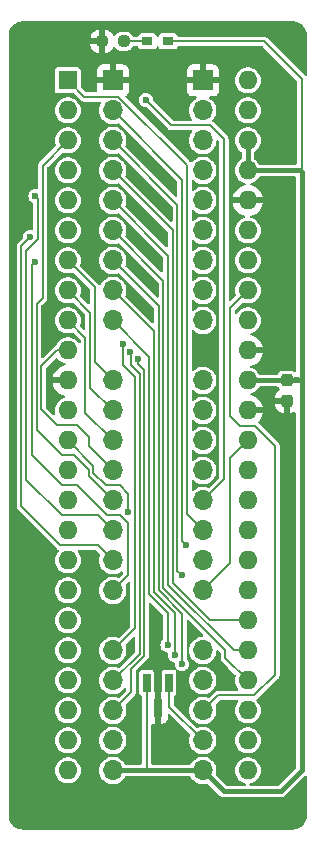
<source format=gbr>
G04 #@! TF.GenerationSoftware,KiCad,Pcbnew,8.0.8+dfsg-1*
G04 #@! TF.CreationDate,2025-06-20T16:24:31+09:00*
G04 #@! TF.ProjectId,bionic-p8095,62696f6e-6963-42d7-9038-3039352e6b69,1*
G04 #@! TF.SameCoordinates,Original*
G04 #@! TF.FileFunction,Copper,L1,Top*
G04 #@! TF.FilePolarity,Positive*
%FSLAX46Y46*%
G04 Gerber Fmt 4.6, Leading zero omitted, Abs format (unit mm)*
G04 Created by KiCad (PCBNEW 8.0.8+dfsg-1) date 2025-06-20 16:24:31*
%MOMM*%
%LPD*%
G01*
G04 APERTURE LIST*
G04 Aperture macros list*
%AMRoundRect*
0 Rectangle with rounded corners*
0 $1 Rounding radius*
0 $2 $3 $4 $5 $6 $7 $8 $9 X,Y pos of 4 corners*
0 Add a 4 corners polygon primitive as box body*
4,1,4,$2,$3,$4,$5,$6,$7,$8,$9,$2,$3,0*
0 Add four circle primitives for the rounded corners*
1,1,$1+$1,$2,$3*
1,1,$1+$1,$4,$5*
1,1,$1+$1,$6,$7*
1,1,$1+$1,$8,$9*
0 Add four rect primitives between the rounded corners*
20,1,$1+$1,$2,$3,$4,$5,0*
20,1,$1+$1,$4,$5,$6,$7,0*
20,1,$1+$1,$6,$7,$8,$9,0*
20,1,$1+$1,$8,$9,$2,$3,0*%
G04 Aperture macros list end*
G04 #@! TA.AperFunction,SMDPad,CuDef*
%ADD10RoundRect,0.237500X0.250000X0.237500X-0.250000X0.237500X-0.250000X-0.237500X0.250000X-0.237500X0*%
G04 #@! TD*
G04 #@! TA.AperFunction,ComponentPad*
%ADD11R,1.600000X1.600000*%
G04 #@! TD*
G04 #@! TA.AperFunction,ComponentPad*
%ADD12O,1.600000X1.600000*%
G04 #@! TD*
G04 #@! TA.AperFunction,SMDPad,CuDef*
%ADD13R,0.965200X0.762000*%
G04 #@! TD*
G04 #@! TA.AperFunction,SMDPad,CuDef*
%ADD14RoundRect,0.237500X-0.237500X0.300000X-0.237500X-0.300000X0.237500X-0.300000X0.237500X0.300000X0*%
G04 #@! TD*
G04 #@! TA.AperFunction,SMDPad,CuDef*
%ADD15R,0.660400X1.625600*%
G04 #@! TD*
G04 #@! TA.AperFunction,ComponentPad*
%ADD16O,1.700000X1.700000*%
G04 #@! TD*
G04 #@! TA.AperFunction,ComponentPad*
%ADD17R,1.700000X1.700000*%
G04 #@! TD*
G04 #@! TA.AperFunction,ViaPad*
%ADD18C,0.600000*%
G04 #@! TD*
G04 #@! TA.AperFunction,Conductor*
%ADD19C,0.400000*%
G04 #@! TD*
G04 #@! TA.AperFunction,Conductor*
%ADD20C,0.200000*%
G04 #@! TD*
G04 APERTURE END LIST*
D10*
X110804400Y-71778000D03*
X108979400Y-71778000D03*
D11*
X106080000Y-75080000D03*
D12*
X106080000Y-77620000D03*
X106080000Y-80160000D03*
X106080000Y-82700000D03*
X106080000Y-85240000D03*
X106080000Y-87780000D03*
X106080000Y-90320000D03*
X106080000Y-92860000D03*
X106080000Y-95400000D03*
X106080000Y-97940000D03*
X106080000Y-100480000D03*
X106080000Y-103020000D03*
X106080000Y-105560000D03*
X106080000Y-108100000D03*
X106080000Y-110640000D03*
X106080000Y-113180000D03*
X106080000Y-115720000D03*
X106080000Y-118260000D03*
X106080000Y-120800000D03*
X106080000Y-123340000D03*
X106080000Y-125880000D03*
X106080000Y-128420000D03*
X106080000Y-130960000D03*
X106080000Y-133500000D03*
X121320000Y-133500000D03*
X121320000Y-130960000D03*
X121320000Y-128420000D03*
X121320000Y-125880000D03*
X121320000Y-123340000D03*
X121320000Y-120800000D03*
X121320000Y-118260000D03*
X121320000Y-115720000D03*
X121320000Y-113180000D03*
X121320000Y-110640000D03*
X121320000Y-108100000D03*
X121320000Y-105560000D03*
X121320000Y-103020000D03*
X121320000Y-100480000D03*
X121320000Y-97940000D03*
X121320000Y-95400000D03*
X121320000Y-92860000D03*
X121320000Y-90320000D03*
X121320000Y-87780000D03*
X121320000Y-85240000D03*
X121320000Y-82700000D03*
X121320000Y-80160000D03*
X121320000Y-77620000D03*
X121320000Y-75080000D03*
D13*
X112823700Y-71778000D03*
X114576300Y-71778000D03*
D14*
X124622000Y-100482200D03*
X124622000Y-102207200D03*
D15*
X114650001Y-126084000D03*
X112749999Y-126084000D03*
X113700000Y-128216000D03*
D16*
X117510000Y-133500000D03*
X117510000Y-130960000D03*
X117510000Y-128420000D03*
X117510000Y-125880000D03*
X117510000Y-123340000D03*
X117510000Y-118260000D03*
X117510000Y-115720000D03*
X117510000Y-113180000D03*
X117510000Y-110640000D03*
X117510000Y-108100000D03*
X117510000Y-105560000D03*
X117510000Y-103020000D03*
X117510000Y-100480000D03*
X117510000Y-95400000D03*
X117510000Y-92860000D03*
X117510000Y-90320000D03*
X117510000Y-87780000D03*
X117510000Y-85240000D03*
X117510000Y-82700000D03*
X117510000Y-80160000D03*
X117510000Y-77620000D03*
D17*
X117510000Y-75080000D03*
X109890000Y-75080000D03*
D16*
X109890000Y-77620000D03*
X109890000Y-80160000D03*
X109890000Y-82700000D03*
X109890000Y-85240000D03*
X109890000Y-87780000D03*
X109890000Y-90320000D03*
X109890000Y-92860000D03*
X109890000Y-95400000D03*
X109890000Y-100480000D03*
X109890000Y-103020000D03*
X109890000Y-105560000D03*
X109890000Y-108100000D03*
X109890000Y-110640000D03*
X109890000Y-113180000D03*
X109890000Y-115720000D03*
X109890000Y-118260000D03*
X109890000Y-123340000D03*
X109890000Y-125880000D03*
X109890000Y-128420000D03*
X109890000Y-130960000D03*
X109890000Y-133500000D03*
D18*
X125509900Y-100481100D03*
X124622000Y-103528000D03*
X124495000Y-97051000D03*
X109890000Y-120800000D03*
X113700000Y-129944000D03*
X115732000Y-124483000D03*
X103340000Y-84859000D03*
X111379000Y-98067000D03*
X110779000Y-97432000D03*
X115132000Y-123721000D03*
X116113000Y-114450000D03*
X112049000Y-98702000D03*
X103308000Y-90465473D03*
X115732000Y-116990000D03*
X102908000Y-88325472D03*
X114522400Y-122882800D03*
X112684000Y-76731000D03*
X111160000Y-111656000D03*
D19*
X125765000Y-82700000D02*
X121320000Y-82700000D01*
X125892000Y-100480000D02*
X125892000Y-82827000D01*
X109890000Y-133500000D02*
X112811000Y-133500000D01*
D20*
X114576300Y-71778000D02*
X122717000Y-71778000D01*
X122717000Y-71778000D02*
X125892000Y-74953000D01*
X112749999Y-126084000D02*
X112749999Y-133438999D01*
D19*
X125892000Y-82827000D02*
X125765000Y-82700000D01*
X124114000Y-135278000D02*
X125892000Y-133500000D01*
X124622000Y-100480000D02*
X121320000Y-100480000D01*
X112811000Y-133500000D02*
X117510000Y-133500000D01*
X125892000Y-133500000D02*
X125892000Y-100480000D01*
X125892000Y-100480000D02*
X124622000Y-100480000D01*
X121320000Y-82700000D02*
X121320000Y-80160000D01*
D20*
X125892000Y-74953000D02*
X125892000Y-82827000D01*
D19*
X119288000Y-135278000D02*
X124114000Y-135278000D01*
D20*
X112749999Y-133438999D02*
X112811000Y-133500000D01*
D19*
X117510000Y-133500000D02*
X119288000Y-135278000D01*
X106080000Y-100480000D02*
X104810000Y-100480000D01*
X121320000Y-97940000D02*
X122717000Y-97940000D01*
X121320000Y-103020000D02*
X122717000Y-103020000D01*
X121320000Y-85240000D02*
X122590000Y-85240000D01*
D20*
X113760000Y-118250686D02*
X113760000Y-94190000D01*
X113760000Y-94190000D02*
X109890000Y-90320000D01*
X115732000Y-124483000D02*
X115732000Y-120222686D01*
X115732000Y-120222686D02*
X113760000Y-118250686D01*
X103540000Y-88542002D02*
X102543000Y-89539002D01*
X102543000Y-89539002D02*
X102543000Y-108881000D01*
X103540000Y-85059000D02*
X103540000Y-88542002D01*
X103340000Y-84859000D02*
X103540000Y-85059000D01*
X105572000Y-111910000D02*
X108620000Y-111910000D01*
X108620000Y-111910000D02*
X109890000Y-113180000D01*
X102543000Y-108881000D02*
X105572000Y-111910000D01*
X106080000Y-92860000D02*
X107966000Y-94746000D01*
X107966000Y-94746000D02*
X107966000Y-101096000D01*
X107966000Y-101096000D02*
X109890000Y-103020000D01*
X112823700Y-71778000D02*
X110804400Y-71778000D01*
X111379000Y-98067000D02*
X111414000Y-98102000D01*
X112160000Y-123610000D02*
X109890000Y-125880000D01*
X112160000Y-109387581D02*
X112160000Y-123610000D01*
X112157000Y-109384581D02*
X112160000Y-109387581D01*
X111414000Y-98102000D02*
X111414000Y-99181157D01*
X112157000Y-99924157D02*
X112157000Y-109384581D01*
X111414000Y-99181157D02*
X112157000Y-99924157D01*
X111760000Y-109553267D02*
X111760000Y-121470000D01*
X111757000Y-100188000D02*
X111757000Y-109550267D01*
X111760000Y-121470000D02*
X109890000Y-123340000D01*
X110779000Y-99210000D02*
X111757000Y-100188000D01*
X110779000Y-97432000D02*
X110779000Y-99210000D01*
X111757000Y-109550267D02*
X111760000Y-109553267D01*
X115122400Y-123711400D02*
X115122400Y-120178772D01*
X115122400Y-120178772D02*
X113360000Y-118416372D01*
X113360000Y-118416372D02*
X113360000Y-96330000D01*
X115132000Y-123721000D02*
X115122400Y-123711400D01*
X113360000Y-96330000D02*
X109890000Y-92860000D01*
X103940000Y-82300000D02*
X106080000Y-80160000D01*
X109890000Y-110640000D02*
X107839000Y-108589000D01*
X103432000Y-104690000D02*
X103432000Y-93984000D01*
X106588000Y-106830000D02*
X105572000Y-106830000D01*
X105572000Y-106830000D02*
X103432000Y-104690000D01*
X107839000Y-108081000D02*
X106588000Y-106830000D01*
X107839000Y-108589000D02*
X107839000Y-108081000D01*
X103432000Y-93984000D02*
X103940000Y-93476000D01*
X103940000Y-93476000D02*
X103940000Y-82300000D01*
X114160000Y-92050000D02*
X114160000Y-118085000D01*
X114160000Y-118085000D02*
X119415000Y-123340000D01*
X119415000Y-123340000D02*
X119415000Y-123975000D01*
X109890000Y-87780000D02*
X114160000Y-92050000D01*
X119415000Y-123975000D02*
X121320000Y-125880000D01*
X114650001Y-128100001D02*
X117510000Y-130960000D01*
X114650001Y-126084000D02*
X114650001Y-128100001D01*
X114960000Y-87770000D02*
X114960000Y-117615000D01*
X109890000Y-82700000D02*
X114960000Y-87770000D01*
X118145000Y-120800000D02*
X121320000Y-120800000D01*
X114960000Y-117615000D02*
X118145000Y-120800000D01*
X120119314Y-123340000D02*
X121320000Y-123340000D01*
X109890000Y-85240000D02*
X114560000Y-89910000D01*
X114560000Y-117780686D02*
X120119314Y-123340000D01*
X114560000Y-89910000D02*
X114560000Y-117780686D01*
X115760000Y-114097000D02*
X115760000Y-83490000D01*
X115760000Y-83490000D02*
X109890000Y-77620000D01*
X116113000Y-114450000D02*
X115760000Y-114097000D01*
X112560000Y-123775686D02*
X111414000Y-124921686D01*
X111414000Y-124921686D02*
X111414000Y-126896000D01*
X112049000Y-98702000D02*
X112049000Y-99083000D01*
X112049000Y-99083000D02*
X112560000Y-99594000D01*
X112560000Y-99594000D02*
X112560000Y-123775686D01*
X111414000Y-126896000D02*
X109890000Y-128420000D01*
X106842000Y-109370000D02*
X109382000Y-111910000D01*
X103032000Y-90741473D02*
X103032000Y-106830000D01*
X110486346Y-111910000D02*
X111160000Y-112583654D01*
X103032000Y-106830000D02*
X105572000Y-109370000D01*
X109382000Y-111910000D02*
X110486346Y-111910000D01*
X105572000Y-109370000D02*
X106842000Y-109370000D01*
X103308000Y-90465473D02*
X103032000Y-90741473D01*
X111160000Y-112583654D02*
X111160000Y-116990000D01*
X111160000Y-116990000D02*
X109890000Y-118260000D01*
X115360000Y-85630000D02*
X115360000Y-116618000D01*
X109890000Y-80160000D02*
X115360000Y-85630000D01*
X115360000Y-116618000D02*
X115732000Y-116990000D01*
X107566000Y-96886000D02*
X107566000Y-103236000D01*
X107566000Y-103236000D02*
X109890000Y-105560000D01*
X106080000Y-95400000D02*
X107566000Y-96886000D01*
X102908000Y-88325472D02*
X102143000Y-89090472D01*
X105445000Y-114450000D02*
X108620000Y-114450000D01*
X102143000Y-111148000D02*
X105445000Y-114450000D01*
X108620000Y-114450000D02*
X109890000Y-115720000D01*
X102143000Y-89090472D02*
X102143000Y-111148000D01*
X114522400Y-122882800D02*
X114522400Y-120144458D01*
X112960000Y-118582058D02*
X112960000Y-98470000D01*
X112960000Y-98470000D02*
X109890000Y-95400000D01*
X114522400Y-120144458D02*
X112960000Y-118582058D01*
X108366000Y-98956000D02*
X108366000Y-92606000D01*
X109890000Y-100480000D02*
X108366000Y-98956000D01*
X108366000Y-92606000D02*
X106080000Y-90320000D01*
X107858000Y-106068000D02*
X109890000Y-108100000D01*
X103832000Y-99299000D02*
X103832000Y-102931000D01*
X106842000Y-104290000D02*
X107858000Y-105306000D01*
X107858000Y-105306000D02*
X107858000Y-106068000D01*
X105191000Y-104290000D02*
X106842000Y-104290000D01*
X103832000Y-102931000D02*
X105191000Y-104290000D01*
X105191000Y-97940000D02*
X103832000Y-99299000D01*
X106080000Y-97940000D02*
X105191000Y-97940000D01*
X123606000Y-125397400D02*
X123606000Y-106004500D01*
X119796000Y-94384000D02*
X121320000Y-92860000D01*
X121853400Y-127150000D02*
X123606000Y-125397400D01*
X119796000Y-103477200D02*
X119796000Y-94384000D01*
X117510000Y-128420000D02*
X118780000Y-127150000D01*
X120634200Y-104315400D02*
X119796000Y-103477200D01*
X118780000Y-127150000D02*
X121853400Y-127150000D01*
X121916900Y-104315400D02*
X120634200Y-104315400D01*
X123606000Y-106004500D02*
X121916900Y-104315400D01*
X119796000Y-115974000D02*
X119796000Y-107084000D01*
X117510000Y-118260000D02*
X119796000Y-115974000D01*
X119796000Y-107084000D02*
X121320000Y-105560000D01*
X109406654Y-76477000D02*
X107477000Y-76477000D01*
X117510000Y-113180000D02*
X116160000Y-111830000D01*
X109413654Y-76470000D02*
X109406654Y-76477000D01*
X116160000Y-111830000D02*
X116160000Y-82263654D01*
X110366346Y-76470000D02*
X109413654Y-76470000D01*
X116160000Y-82263654D02*
X110366346Y-76470000D01*
X107477000Y-76477000D02*
X106080000Y-75080000D01*
X118106346Y-78890000D02*
X114843000Y-78890000D01*
X119288000Y-108862000D02*
X119288000Y-80071654D01*
X114843000Y-78890000D02*
X112684000Y-76731000D01*
X117510000Y-110640000D02*
X119288000Y-108862000D01*
X119288000Y-80071654D02*
X118106346Y-78890000D01*
X110461500Y-109370000D02*
X109293654Y-109370000D01*
X111160000Y-110068500D02*
X110461500Y-109370000D01*
X111160000Y-111656000D02*
X111160000Y-110068500D01*
X108239000Y-107719000D02*
X106080000Y-105560000D01*
X109293654Y-109370000D02*
X108239000Y-108315346D01*
X108239000Y-108315346D02*
X108239000Y-107719000D01*
G04 #@! TA.AperFunction,Conductor*
G36*
X125133875Y-70075805D02*
G01*
X125309097Y-70089594D01*
X125324430Y-70092023D01*
X125491550Y-70132145D01*
X125506317Y-70136943D01*
X125665104Y-70202715D01*
X125678926Y-70209758D01*
X125825469Y-70299560D01*
X125838032Y-70308688D01*
X125968717Y-70420303D01*
X125979699Y-70431285D01*
X126091311Y-70561967D01*
X126100440Y-70574532D01*
X126190238Y-70721068D01*
X126197287Y-70734902D01*
X126263054Y-70893678D01*
X126267855Y-70908453D01*
X126307975Y-71075564D01*
X126310405Y-71090907D01*
X126324195Y-71266123D01*
X126324500Y-71273891D01*
X126324500Y-74580100D01*
X126305593Y-74638291D01*
X126256093Y-74674255D01*
X126194907Y-74674255D01*
X126155498Y-74650105D01*
X122962913Y-71457520D01*
X122962910Y-71457518D01*
X122962908Y-71457516D01*
X122871591Y-71404794D01*
X122871593Y-71404794D01*
X122832070Y-71394204D01*
X122769727Y-71377500D01*
X122769725Y-71377500D01*
X115443287Y-71377500D01*
X115385096Y-71358593D01*
X115352723Y-71318489D01*
X115311106Y-71224235D01*
X115231665Y-71144794D01*
X115128891Y-71099415D01*
X115128890Y-71099414D01*
X115128888Y-71099414D01*
X115103768Y-71096500D01*
X114048839Y-71096500D01*
X114048836Y-71096501D01*
X114023709Y-71099414D01*
X113920935Y-71144794D01*
X113841494Y-71224235D01*
X113799878Y-71318488D01*
X113796113Y-71327014D01*
X113795526Y-71329173D01*
X113794403Y-71330886D01*
X113793108Y-71333821D01*
X113792622Y-71333606D01*
X113762003Y-71380357D01*
X113704797Y-71402062D01*
X113645758Y-71385996D01*
X113607438Y-71338297D01*
X113604472Y-71329166D01*
X113603885Y-71327011D01*
X113603885Y-71327009D01*
X113558506Y-71224235D01*
X113479065Y-71144794D01*
X113376291Y-71099415D01*
X113376290Y-71099414D01*
X113376288Y-71099414D01*
X113351168Y-71096500D01*
X112296239Y-71096500D01*
X112296236Y-71096501D01*
X112271109Y-71099414D01*
X112168335Y-71144794D01*
X112088894Y-71224235D01*
X112047276Y-71318489D01*
X112006477Y-71364084D01*
X111956713Y-71377500D01*
X111635821Y-71377500D01*
X111577630Y-71358593D01*
X111543724Y-71314819D01*
X111527762Y-71274342D01*
X111438400Y-71156500D01*
X111320558Y-71067138D01*
X111182979Y-71012883D01*
X111096520Y-71002500D01*
X111096518Y-71002500D01*
X110512282Y-71002500D01*
X110512279Y-71002500D01*
X110425820Y-71012883D01*
X110288241Y-71067138D01*
X110170403Y-71156497D01*
X110170396Y-71156504D01*
X110081355Y-71273922D01*
X110031129Y-71308864D01*
X109969956Y-71307610D01*
X109921204Y-71270639D01*
X109908496Y-71245239D01*
X109902350Y-71226692D01*
X109811846Y-71079964D01*
X109689935Y-70958053D01*
X109543206Y-70867548D01*
X109379548Y-70813318D01*
X109278555Y-70803000D01*
X109229401Y-70803000D01*
X109229400Y-70803001D01*
X109229400Y-72752998D01*
X109229401Y-72752999D01*
X109278554Y-72752999D01*
X109379542Y-72742682D01*
X109379554Y-72742679D01*
X109543206Y-72688451D01*
X109689935Y-72597946D01*
X109811846Y-72476035D01*
X109902351Y-72329306D01*
X109908496Y-72310761D01*
X109944745Y-72261469D01*
X110003044Y-72242899D01*
X110061125Y-72262142D01*
X110081356Y-72282078D01*
X110170400Y-72399500D01*
X110288242Y-72488862D01*
X110425823Y-72543117D01*
X110512282Y-72553500D01*
X110512284Y-72553500D01*
X111096516Y-72553500D01*
X111096518Y-72553500D01*
X111182977Y-72543117D01*
X111320558Y-72488862D01*
X111438400Y-72399500D01*
X111527762Y-72281658D01*
X111543724Y-72241180D01*
X111582660Y-72193984D01*
X111635821Y-72178500D01*
X111956713Y-72178500D01*
X112014904Y-72197407D01*
X112047276Y-72237510D01*
X112088894Y-72331765D01*
X112168335Y-72411206D01*
X112271109Y-72456585D01*
X112296235Y-72459500D01*
X113351164Y-72459499D01*
X113376291Y-72456585D01*
X113479065Y-72411206D01*
X113558506Y-72331765D01*
X113603885Y-72228991D01*
X113603886Y-72228978D01*
X113604469Y-72226838D01*
X113605592Y-72225122D01*
X113606892Y-72222179D01*
X113607378Y-72222393D01*
X113637986Y-72175650D01*
X113695190Y-72153938D01*
X113754230Y-72169996D01*
X113792556Y-72217691D01*
X113795525Y-72226826D01*
X113796112Y-72228984D01*
X113796114Y-72228990D01*
X113796115Y-72228991D01*
X113841494Y-72331765D01*
X113920935Y-72411206D01*
X114023709Y-72456585D01*
X114048835Y-72459500D01*
X115103764Y-72459499D01*
X115128891Y-72456585D01*
X115231665Y-72411206D01*
X115311106Y-72331765D01*
X115352723Y-72237510D01*
X115393523Y-72191916D01*
X115443287Y-72178500D01*
X122510099Y-72178500D01*
X122568290Y-72197407D01*
X122580103Y-72207496D01*
X125462504Y-75089897D01*
X125490281Y-75144414D01*
X125491500Y-75159901D01*
X125491500Y-82100500D01*
X125472593Y-82158691D01*
X125423093Y-82194655D01*
X125392500Y-82199500D01*
X122361464Y-82199500D01*
X122303273Y-82180593D01*
X122272843Y-82144628D01*
X122259676Y-82118186D01*
X122259673Y-82118179D01*
X122136764Y-81955421D01*
X121986041Y-81818019D01*
X121921331Y-81777952D01*
X121867383Y-81744548D01*
X121827862Y-81697839D01*
X121820500Y-81660377D01*
X121820500Y-81199622D01*
X121839407Y-81141431D01*
X121867381Y-81115451D01*
X121986041Y-81041981D01*
X122136764Y-80904579D01*
X122259673Y-80741821D01*
X122350582Y-80559250D01*
X122406397Y-80363083D01*
X122425215Y-80160000D01*
X122406397Y-79956917D01*
X122350582Y-79760750D01*
X122259673Y-79578179D01*
X122136764Y-79415421D01*
X121986041Y-79278019D01*
X121812637Y-79170652D01*
X121622456Y-79096976D01*
X121622455Y-79096975D01*
X121622453Y-79096975D01*
X121421976Y-79059500D01*
X121218024Y-79059500D01*
X121017546Y-79096975D01*
X120947632Y-79124059D01*
X120827363Y-79170652D01*
X120677881Y-79263207D01*
X120653959Y-79278019D01*
X120503237Y-79415420D01*
X120380328Y-79578177D01*
X120380323Y-79578186D01*
X120298450Y-79742611D01*
X120289418Y-79760750D01*
X120233603Y-79956917D01*
X120214785Y-80160000D01*
X120233603Y-80363083D01*
X120289418Y-80559250D01*
X120380327Y-80741821D01*
X120503236Y-80904579D01*
X120653959Y-81041981D01*
X120772617Y-81115450D01*
X120812138Y-81162159D01*
X120819500Y-81199622D01*
X120819500Y-81660377D01*
X120800593Y-81718568D01*
X120772617Y-81744548D01*
X120653963Y-81818016D01*
X120653961Y-81818017D01*
X120653959Y-81818019D01*
X120540351Y-81921586D01*
X120503237Y-81955420D01*
X120380328Y-82118177D01*
X120380323Y-82118186D01*
X120298450Y-82282611D01*
X120289418Y-82300750D01*
X120233603Y-82496917D01*
X120214785Y-82700000D01*
X120233603Y-82903083D01*
X120289418Y-83099250D01*
X120380327Y-83281821D01*
X120503236Y-83444579D01*
X120653959Y-83581981D01*
X120827363Y-83689348D01*
X121017544Y-83763024D01*
X121055418Y-83770103D01*
X121109141Y-83799380D01*
X121135398Y-83854645D01*
X121124156Y-83914789D01*
X121079709Y-83956838D01*
X121062848Y-83963044D01*
X120873676Y-84013733D01*
X120667518Y-84109865D01*
X120481188Y-84240334D01*
X120320334Y-84401188D01*
X120189865Y-84587518D01*
X120093733Y-84793676D01*
X120041128Y-84990000D01*
X121004314Y-84990000D01*
X120999920Y-84994394D01*
X120947259Y-85085606D01*
X120920000Y-85187339D01*
X120920000Y-85292661D01*
X120947259Y-85394394D01*
X120999920Y-85485606D01*
X121004314Y-85490000D01*
X120041128Y-85490000D01*
X120093733Y-85686323D01*
X120189865Y-85892481D01*
X120320334Y-86078811D01*
X120481188Y-86239665D01*
X120667518Y-86370134D01*
X120873675Y-86466266D01*
X121062848Y-86516955D01*
X121114162Y-86550279D01*
X121136089Y-86607401D01*
X121120254Y-86666501D01*
X121072704Y-86705006D01*
X121055417Y-86709896D01*
X121017545Y-86716975D01*
X120943393Y-86745702D01*
X120827363Y-86790652D01*
X120653959Y-86898019D01*
X120503237Y-87035420D01*
X120380328Y-87198177D01*
X120380323Y-87198186D01*
X120298450Y-87362611D01*
X120289418Y-87380750D01*
X120233603Y-87576917D01*
X120214785Y-87780000D01*
X120233603Y-87983083D01*
X120289418Y-88179250D01*
X120380327Y-88361821D01*
X120503236Y-88524579D01*
X120653959Y-88661981D01*
X120827363Y-88769348D01*
X121017544Y-88843024D01*
X121218024Y-88880500D01*
X121421976Y-88880500D01*
X121622456Y-88843024D01*
X121812637Y-88769348D01*
X121986041Y-88661981D01*
X122136764Y-88524579D01*
X122259673Y-88361821D01*
X122350582Y-88179250D01*
X122406397Y-87983083D01*
X122425215Y-87780000D01*
X122406397Y-87576917D01*
X122350582Y-87380750D01*
X122259673Y-87198179D01*
X122136764Y-87035421D01*
X121986041Y-86898019D01*
X121812637Y-86790652D01*
X121665283Y-86733567D01*
X121622454Y-86716975D01*
X121584582Y-86709896D01*
X121530857Y-86680618D01*
X121504601Y-86625352D01*
X121515844Y-86565209D01*
X121560292Y-86523160D01*
X121577151Y-86516955D01*
X121766324Y-86466266D01*
X121972481Y-86370134D01*
X122158811Y-86239665D01*
X122319665Y-86078811D01*
X122450134Y-85892481D01*
X122546266Y-85686323D01*
X122598872Y-85490000D01*
X121635686Y-85490000D01*
X121640080Y-85485606D01*
X121692741Y-85394394D01*
X121720000Y-85292661D01*
X121720000Y-85187339D01*
X121692741Y-85085606D01*
X121640080Y-84994394D01*
X121635686Y-84990000D01*
X122598872Y-84990000D01*
X122546266Y-84793676D01*
X122450134Y-84587518D01*
X122319665Y-84401188D01*
X122158811Y-84240334D01*
X121972481Y-84109865D01*
X121766323Y-84013733D01*
X121577151Y-83963044D01*
X121525836Y-83929720D01*
X121503910Y-83872598D01*
X121519746Y-83813498D01*
X121567296Y-83774992D01*
X121584568Y-83770106D01*
X121622456Y-83763024D01*
X121812637Y-83689348D01*
X121986041Y-83581981D01*
X122136764Y-83444579D01*
X122259673Y-83281821D01*
X122272843Y-83255371D01*
X122315706Y-83211710D01*
X122361464Y-83200500D01*
X125292500Y-83200500D01*
X125350691Y-83219407D01*
X125386655Y-83268907D01*
X125391500Y-83299500D01*
X125391500Y-99711111D01*
X125372593Y-99769302D01*
X125323093Y-99805266D01*
X125261907Y-99805266D01*
X125232681Y-99789995D01*
X125125658Y-99708838D01*
X124988079Y-99654583D01*
X124901620Y-99644200D01*
X124901618Y-99644200D01*
X124342382Y-99644200D01*
X124342379Y-99644200D01*
X124255920Y-99654583D01*
X124118341Y-99708838D01*
X124000503Y-99798197D01*
X124000497Y-99798203D01*
X123911138Y-99916041D01*
X123910831Y-99916821D01*
X123910419Y-99917320D01*
X123907818Y-99921946D01*
X123906987Y-99921479D01*
X123871893Y-99964017D01*
X123818734Y-99979500D01*
X122361464Y-99979500D01*
X122303273Y-99960593D01*
X122272843Y-99924628D01*
X122259673Y-99898179D01*
X122136764Y-99735421D01*
X121986041Y-99598019D01*
X121812637Y-99490652D01*
X121662647Y-99432546D01*
X121622454Y-99416975D01*
X121584582Y-99409896D01*
X121530857Y-99380618D01*
X121504601Y-99325352D01*
X121515844Y-99265209D01*
X121560292Y-99223160D01*
X121577151Y-99216955D01*
X121766324Y-99166266D01*
X121972481Y-99070134D01*
X122158811Y-98939665D01*
X122319665Y-98778811D01*
X122450134Y-98592481D01*
X122546266Y-98386323D01*
X122598872Y-98190000D01*
X121635686Y-98190000D01*
X121640080Y-98185606D01*
X121692741Y-98094394D01*
X121720000Y-97992661D01*
X121720000Y-97887339D01*
X121692741Y-97785606D01*
X121640080Y-97694394D01*
X121635686Y-97690000D01*
X122598872Y-97690000D01*
X122546266Y-97493676D01*
X122450134Y-97287518D01*
X122319665Y-97101188D01*
X122158811Y-96940334D01*
X121972481Y-96809865D01*
X121766323Y-96713733D01*
X121577151Y-96663044D01*
X121525836Y-96629720D01*
X121503910Y-96572598D01*
X121519746Y-96513498D01*
X121567296Y-96474992D01*
X121584568Y-96470106D01*
X121622456Y-96463024D01*
X121812637Y-96389348D01*
X121986041Y-96281981D01*
X122136764Y-96144579D01*
X122259673Y-95981821D01*
X122350582Y-95799250D01*
X122406397Y-95603083D01*
X122425215Y-95400000D01*
X122406397Y-95196917D01*
X122350582Y-95000750D01*
X122259673Y-94818179D01*
X122136764Y-94655421D01*
X121986041Y-94518019D01*
X121812637Y-94410652D01*
X121622456Y-94336976D01*
X121622455Y-94336975D01*
X121622453Y-94336975D01*
X121421976Y-94299500D01*
X121218024Y-94299500D01*
X121017546Y-94336975D01*
X120968713Y-94355893D01*
X120827363Y-94410652D01*
X120653959Y-94518019D01*
X120503236Y-94655421D01*
X120380327Y-94818179D01*
X120380326Y-94818180D01*
X120380326Y-94818181D01*
X120379671Y-94819239D01*
X120379272Y-94819576D01*
X120377569Y-94821832D01*
X120377060Y-94821447D01*
X120332961Y-94858760D01*
X120271943Y-94863278D01*
X120219923Y-94831067D01*
X120196770Y-94774431D01*
X120196500Y-94767121D01*
X120196500Y-94590900D01*
X120215407Y-94532709D01*
X120225490Y-94520902D01*
X120831975Y-93914416D01*
X120886490Y-93886641D01*
X120937735Y-93892106D01*
X121017544Y-93923024D01*
X121218024Y-93960500D01*
X121421976Y-93960500D01*
X121622456Y-93923024D01*
X121812637Y-93849348D01*
X121986041Y-93741981D01*
X122136764Y-93604579D01*
X122259673Y-93441821D01*
X122350582Y-93259250D01*
X122406397Y-93063083D01*
X122425215Y-92860000D01*
X122406397Y-92656917D01*
X122350582Y-92460750D01*
X122259673Y-92278179D01*
X122136764Y-92115421D01*
X121986041Y-91978019D01*
X121812637Y-91870652D01*
X121622456Y-91796976D01*
X121622455Y-91796975D01*
X121622453Y-91796975D01*
X121421976Y-91759500D01*
X121218024Y-91759500D01*
X121017546Y-91796975D01*
X120947632Y-91824059D01*
X120827363Y-91870652D01*
X120653959Y-91978019D01*
X120503237Y-92115420D01*
X120380328Y-92278177D01*
X120380323Y-92278186D01*
X120294067Y-92451413D01*
X120289418Y-92460750D01*
X120233603Y-92656917D01*
X120214785Y-92860000D01*
X120233603Y-93063083D01*
X120236229Y-93072311D01*
X120287880Y-93253845D01*
X120285619Y-93314989D01*
X120262663Y-93350941D01*
X119857504Y-93756101D01*
X119802987Y-93783879D01*
X119742555Y-93774308D01*
X119699290Y-93731043D01*
X119688500Y-93686098D01*
X119688500Y-90320000D01*
X120214785Y-90320000D01*
X120233603Y-90523083D01*
X120289418Y-90719250D01*
X120380327Y-90901821D01*
X120503236Y-91064579D01*
X120653959Y-91201981D01*
X120827363Y-91309348D01*
X121017544Y-91383024D01*
X121218024Y-91420500D01*
X121421976Y-91420500D01*
X121622456Y-91383024D01*
X121812637Y-91309348D01*
X121986041Y-91201981D01*
X122136764Y-91064579D01*
X122259673Y-90901821D01*
X122350582Y-90719250D01*
X122406397Y-90523083D01*
X122425215Y-90320000D01*
X122406397Y-90116917D01*
X122350582Y-89920750D01*
X122259673Y-89738179D01*
X122136764Y-89575421D01*
X121986041Y-89438019D01*
X121812637Y-89330652D01*
X121622456Y-89256976D01*
X121622455Y-89256975D01*
X121622453Y-89256975D01*
X121421976Y-89219500D01*
X121218024Y-89219500D01*
X121017546Y-89256975D01*
X120963535Y-89277899D01*
X120827363Y-89330652D01*
X120653959Y-89438019D01*
X120503237Y-89575420D01*
X120380328Y-89738177D01*
X120380323Y-89738186D01*
X120292491Y-89914578D01*
X120289418Y-89920750D01*
X120233603Y-90116917D01*
X120214785Y-90320000D01*
X119688500Y-90320000D01*
X119688500Y-80018928D01*
X119688500Y-80018927D01*
X119671551Y-79955672D01*
X119671551Y-79955671D01*
X119671551Y-79955670D01*
X119661206Y-79917064D01*
X119661205Y-79917062D01*
X119608483Y-79825745D01*
X119608481Y-79825743D01*
X119608480Y-79825741D01*
X118352259Y-78569520D01*
X118352256Y-78569518D01*
X118352252Y-78569514D01*
X118350490Y-78568162D01*
X118349589Y-78566851D01*
X118347670Y-78564932D01*
X118348025Y-78564576D01*
X118315837Y-78517736D01*
X118317441Y-78456572D01*
X118344065Y-78416463D01*
X118363872Y-78398407D01*
X118492366Y-78228255D01*
X118587405Y-78037389D01*
X118645756Y-77832310D01*
X118665429Y-77620000D01*
X120214785Y-77620000D01*
X120233603Y-77823083D01*
X120289418Y-78019250D01*
X120380327Y-78201821D01*
X120503236Y-78364579D01*
X120653959Y-78501981D01*
X120827363Y-78609348D01*
X121017544Y-78683024D01*
X121218024Y-78720500D01*
X121421976Y-78720500D01*
X121622456Y-78683024D01*
X121812637Y-78609348D01*
X121986041Y-78501981D01*
X122136764Y-78364579D01*
X122259673Y-78201821D01*
X122350582Y-78019250D01*
X122406397Y-77823083D01*
X122425215Y-77620000D01*
X122406397Y-77416917D01*
X122350582Y-77220750D01*
X122259673Y-77038179D01*
X122136764Y-76875421D01*
X121986041Y-76738019D01*
X121812637Y-76630652D01*
X121622456Y-76556976D01*
X121622455Y-76556975D01*
X121622453Y-76556975D01*
X121421976Y-76519500D01*
X121218024Y-76519500D01*
X121017546Y-76556975D01*
X120947632Y-76584059D01*
X120827363Y-76630652D01*
X120653959Y-76738019D01*
X120503236Y-76875421D01*
X120487388Y-76896407D01*
X120380328Y-77038177D01*
X120380323Y-77038186D01*
X120298450Y-77202611D01*
X120289418Y-77220750D01*
X120233603Y-77416917D01*
X120214785Y-77620000D01*
X118665429Y-77620000D01*
X118645756Y-77407690D01*
X118587405Y-77202611D01*
X118492366Y-77011745D01*
X118363872Y-76841593D01*
X118257661Y-76744768D01*
X118206307Y-76697952D01*
X118206300Y-76697946D01*
X118069383Y-76613171D01*
X118029862Y-76566463D01*
X118025343Y-76505444D01*
X118057553Y-76453424D01*
X118114189Y-76430270D01*
X118121500Y-76430000D01*
X118407824Y-76430000D01*
X118467370Y-76423598D01*
X118467381Y-76423596D01*
X118602088Y-76373353D01*
X118602090Y-76373352D01*
X118717184Y-76287192D01*
X118717192Y-76287184D01*
X118803352Y-76172090D01*
X118803353Y-76172088D01*
X118853596Y-76037381D01*
X118853598Y-76037370D01*
X118860000Y-75977824D01*
X118860000Y-75330001D01*
X118859999Y-75330000D01*
X117943012Y-75330000D01*
X117975925Y-75272993D01*
X118010000Y-75145826D01*
X118010000Y-75080000D01*
X120214785Y-75080000D01*
X120233603Y-75283083D01*
X120289418Y-75479250D01*
X120380327Y-75661821D01*
X120503236Y-75824579D01*
X120653959Y-75961981D01*
X120827363Y-76069348D01*
X121017544Y-76143024D01*
X121218024Y-76180500D01*
X121421976Y-76180500D01*
X121622456Y-76143024D01*
X121812637Y-76069348D01*
X121986041Y-75961981D01*
X122136764Y-75824579D01*
X122259673Y-75661821D01*
X122350582Y-75479250D01*
X122406397Y-75283083D01*
X122425215Y-75080000D01*
X122406397Y-74876917D01*
X122350582Y-74680750D01*
X122259673Y-74498179D01*
X122136764Y-74335421D01*
X121986041Y-74198019D01*
X121812637Y-74090652D01*
X121622456Y-74016976D01*
X121622455Y-74016975D01*
X121622453Y-74016975D01*
X121421976Y-73979500D01*
X121218024Y-73979500D01*
X121017546Y-74016975D01*
X120989619Y-74027794D01*
X120827363Y-74090652D01*
X120679548Y-74182175D01*
X120653959Y-74198019D01*
X120503237Y-74335420D01*
X120380328Y-74498177D01*
X120380323Y-74498186D01*
X120289419Y-74680747D01*
X120289418Y-74680750D01*
X120233603Y-74876917D01*
X120214785Y-75080000D01*
X118010000Y-75080000D01*
X118010000Y-75014174D01*
X117975925Y-74887007D01*
X117943012Y-74830000D01*
X118859999Y-74830000D01*
X118860000Y-74829999D01*
X118860000Y-74182175D01*
X118853598Y-74122629D01*
X118853596Y-74122618D01*
X118803353Y-73987911D01*
X118803352Y-73987909D01*
X118717192Y-73872815D01*
X118717184Y-73872807D01*
X118602090Y-73786647D01*
X118602088Y-73786646D01*
X118467381Y-73736403D01*
X118467370Y-73736401D01*
X118407824Y-73730000D01*
X117760001Y-73730000D01*
X117760000Y-73730001D01*
X117760000Y-74646988D01*
X117702993Y-74614075D01*
X117575826Y-74580000D01*
X117444174Y-74580000D01*
X117317007Y-74614075D01*
X117260000Y-74646988D01*
X117260000Y-73730001D01*
X117259999Y-73730000D01*
X116612176Y-73730000D01*
X116552629Y-73736401D01*
X116552618Y-73736403D01*
X116417911Y-73786646D01*
X116417909Y-73786647D01*
X116302815Y-73872807D01*
X116302807Y-73872815D01*
X116216647Y-73987909D01*
X116216646Y-73987911D01*
X116166403Y-74122618D01*
X116166401Y-74122629D01*
X116160000Y-74182175D01*
X116160000Y-74829999D01*
X116160001Y-74830000D01*
X117076988Y-74830000D01*
X117044075Y-74887007D01*
X117010000Y-75014174D01*
X117010000Y-75145826D01*
X117044075Y-75272993D01*
X117076988Y-75330000D01*
X116160001Y-75330000D01*
X116160000Y-75330001D01*
X116160000Y-75977824D01*
X116159999Y-75977824D01*
X116166401Y-76037370D01*
X116166403Y-76037381D01*
X116216646Y-76172088D01*
X116216647Y-76172090D01*
X116302807Y-76287184D01*
X116302815Y-76287192D01*
X116417909Y-76373352D01*
X116417911Y-76373353D01*
X116552618Y-76423596D01*
X116552629Y-76423598D01*
X116612176Y-76430000D01*
X116898500Y-76430000D01*
X116956691Y-76448907D01*
X116992655Y-76498407D01*
X116992655Y-76559593D01*
X116956691Y-76609093D01*
X116950617Y-76613171D01*
X116813699Y-76697946D01*
X116813692Y-76697952D01*
X116656135Y-76841586D01*
X116656131Y-76841589D01*
X116656128Y-76841593D01*
X116656125Y-76841597D01*
X116527635Y-77011743D01*
X116527630Y-77011752D01*
X116432596Y-77202608D01*
X116374244Y-77407688D01*
X116354571Y-77620000D01*
X116374244Y-77832311D01*
X116375657Y-77837277D01*
X116427434Y-78019252D01*
X116432596Y-78037391D01*
X116527630Y-78228247D01*
X116527635Y-78228256D01*
X116605103Y-78330839D01*
X116625082Y-78388670D01*
X116607253Y-78447201D01*
X116558427Y-78484073D01*
X116526099Y-78489500D01*
X115049901Y-78489500D01*
X114991710Y-78470593D01*
X114979897Y-78460504D01*
X113318678Y-76799285D01*
X113290901Y-76744768D01*
X113290018Y-76733554D01*
X113285331Y-76697952D01*
X113269044Y-76574238D01*
X113269042Y-76574233D01*
X113208537Y-76428161D01*
X113208537Y-76428160D01*
X113112286Y-76302723D01*
X113112285Y-76302722D01*
X113112282Y-76302718D01*
X113112277Y-76302714D01*
X113112276Y-76302713D01*
X112986838Y-76206462D01*
X112840766Y-76145957D01*
X112840758Y-76145955D01*
X112684001Y-76125318D01*
X112683999Y-76125318D01*
X112527241Y-76145955D01*
X112527233Y-76145957D01*
X112381161Y-76206462D01*
X112381160Y-76206462D01*
X112255723Y-76302713D01*
X112255713Y-76302723D01*
X112159462Y-76428160D01*
X112159462Y-76428161D01*
X112098957Y-76574233D01*
X112098955Y-76574241D01*
X112078318Y-76730999D01*
X112078318Y-76731000D01*
X112098955Y-76887758D01*
X112098957Y-76887766D01*
X112159462Y-77033838D01*
X112159462Y-77033839D01*
X112162798Y-77038186D01*
X112255718Y-77159282D01*
X112381159Y-77255536D01*
X112527238Y-77316044D01*
X112684000Y-77336682D01*
X112690433Y-77337529D01*
X112690205Y-77339256D01*
X112740472Y-77355589D01*
X112752285Y-77365678D01*
X114597087Y-79210480D01*
X114597089Y-79210481D01*
X114597090Y-79210482D01*
X114597091Y-79210483D01*
X114688408Y-79263205D01*
X114688406Y-79263205D01*
X114688410Y-79263206D01*
X114688412Y-79263207D01*
X114790273Y-79290500D01*
X114895727Y-79290500D01*
X116526099Y-79290500D01*
X116584290Y-79309407D01*
X116620254Y-79358907D01*
X116620254Y-79420093D01*
X116605103Y-79449161D01*
X116527635Y-79551743D01*
X116527630Y-79551752D01*
X116432596Y-79742608D01*
X116374244Y-79947688D01*
X116354571Y-80160000D01*
X116365556Y-80278555D01*
X116374244Y-80372310D01*
X116432595Y-80577389D01*
X116527634Y-80768255D01*
X116656128Y-80938407D01*
X116656135Y-80938413D01*
X116813692Y-81082047D01*
X116813699Y-81082053D01*
X116867637Y-81115450D01*
X116994981Y-81194298D01*
X117193802Y-81271321D01*
X117403390Y-81310500D01*
X117616610Y-81310500D01*
X117826198Y-81271321D01*
X118025019Y-81194298D01*
X118206302Y-81082052D01*
X118363872Y-80938407D01*
X118492366Y-80768255D01*
X118587405Y-80577389D01*
X118645756Y-80372310D01*
X118658227Y-80237722D01*
X118682422Y-80181527D01*
X118735029Y-80150283D01*
X118795953Y-80155929D01*
X118826808Y-80176855D01*
X118858504Y-80208551D01*
X118886281Y-80263068D01*
X118887500Y-80278555D01*
X118887500Y-108655098D01*
X118868593Y-108713289D01*
X118858504Y-108725102D01*
X118036673Y-109546932D01*
X117982156Y-109574709D01*
X117930907Y-109569243D01*
X117826198Y-109528679D01*
X117826197Y-109528678D01*
X117826195Y-109528678D01*
X117616610Y-109489500D01*
X117403390Y-109489500D01*
X117193804Y-109528678D01*
X116994980Y-109605702D01*
X116994975Y-109605705D01*
X116813699Y-109717946D01*
X116813698Y-109717947D01*
X116726196Y-109797717D01*
X116670455Y-109822947D01*
X116610529Y-109810595D01*
X116569309Y-109765378D01*
X116560500Y-109724555D01*
X116560500Y-109015444D01*
X116579407Y-108957253D01*
X116628907Y-108921289D01*
X116690093Y-108921289D01*
X116726196Y-108942283D01*
X116813692Y-109022047D01*
X116813699Y-109022053D01*
X116858055Y-109049517D01*
X116994981Y-109134298D01*
X117193802Y-109211321D01*
X117403390Y-109250500D01*
X117616610Y-109250500D01*
X117826198Y-109211321D01*
X118025019Y-109134298D01*
X118206302Y-109022052D01*
X118363872Y-108878407D01*
X118492366Y-108708255D01*
X118587405Y-108517389D01*
X118645756Y-108312310D01*
X118665429Y-108100000D01*
X118645756Y-107887690D01*
X118587405Y-107682611D01*
X118492366Y-107491745D01*
X118363872Y-107321593D01*
X118293804Y-107257717D01*
X118206307Y-107177952D01*
X118206300Y-107177946D01*
X118025024Y-107065705D01*
X118025019Y-107065702D01*
X117939657Y-107032633D01*
X117826198Y-106988679D01*
X117826197Y-106988678D01*
X117826195Y-106988678D01*
X117616610Y-106949500D01*
X117403390Y-106949500D01*
X117193804Y-106988678D01*
X116994980Y-107065702D01*
X116994975Y-107065705D01*
X116813699Y-107177946D01*
X116813698Y-107177947D01*
X116726196Y-107257717D01*
X116670455Y-107282947D01*
X116610529Y-107270595D01*
X116569309Y-107225378D01*
X116560500Y-107184555D01*
X116560500Y-106475444D01*
X116579407Y-106417253D01*
X116628907Y-106381289D01*
X116690093Y-106381289D01*
X116726196Y-106402283D01*
X116813692Y-106482047D01*
X116813699Y-106482053D01*
X116917389Y-106546255D01*
X116994981Y-106594298D01*
X117193802Y-106671321D01*
X117403390Y-106710500D01*
X117616610Y-106710500D01*
X117826198Y-106671321D01*
X118025019Y-106594298D01*
X118206302Y-106482052D01*
X118363872Y-106338407D01*
X118492366Y-106168255D01*
X118587405Y-105977389D01*
X118645756Y-105772310D01*
X118665429Y-105560000D01*
X118645756Y-105347690D01*
X118587405Y-105142611D01*
X118492366Y-104951745D01*
X118363872Y-104781593D01*
X118284688Y-104709407D01*
X118206307Y-104637952D01*
X118206300Y-104637946D01*
X118025024Y-104525705D01*
X118025019Y-104525702D01*
X117939657Y-104492633D01*
X117826198Y-104448679D01*
X117826197Y-104448678D01*
X117826195Y-104448678D01*
X117616610Y-104409500D01*
X117403390Y-104409500D01*
X117193804Y-104448678D01*
X116994980Y-104525702D01*
X116994975Y-104525705D01*
X116813699Y-104637946D01*
X116813698Y-104637947D01*
X116726196Y-104717717D01*
X116670455Y-104742947D01*
X116610529Y-104730595D01*
X116569309Y-104685378D01*
X116560500Y-104644555D01*
X116560500Y-103935444D01*
X116579407Y-103877253D01*
X116628907Y-103841289D01*
X116690093Y-103841289D01*
X116726196Y-103862283D01*
X116813692Y-103942047D01*
X116813699Y-103942053D01*
X116917389Y-104006255D01*
X116994981Y-104054298D01*
X117193802Y-104131321D01*
X117403390Y-104170500D01*
X117616610Y-104170500D01*
X117826198Y-104131321D01*
X118025019Y-104054298D01*
X118206302Y-103942052D01*
X118363872Y-103798407D01*
X118492366Y-103628255D01*
X118587405Y-103437389D01*
X118645756Y-103232310D01*
X118665429Y-103020000D01*
X118645756Y-102807690D01*
X118587405Y-102602611D01*
X118492366Y-102411745D01*
X118363872Y-102241593D01*
X118293804Y-102177717D01*
X118206307Y-102097952D01*
X118206300Y-102097946D01*
X118025024Y-101985705D01*
X118025019Y-101985702D01*
X117951446Y-101957200D01*
X117826198Y-101908679D01*
X117826197Y-101908678D01*
X117826195Y-101908678D01*
X117616610Y-101869500D01*
X117403390Y-101869500D01*
X117193804Y-101908678D01*
X116994980Y-101985702D01*
X116994975Y-101985705D01*
X116813699Y-102097946D01*
X116813698Y-102097947D01*
X116726196Y-102177717D01*
X116670455Y-102202947D01*
X116610529Y-102190595D01*
X116569309Y-102145378D01*
X116560500Y-102104555D01*
X116560500Y-101395444D01*
X116579407Y-101337253D01*
X116628907Y-101301289D01*
X116690093Y-101301289D01*
X116726196Y-101322283D01*
X116813692Y-101402047D01*
X116813699Y-101402053D01*
X116917389Y-101466255D01*
X116994981Y-101514298D01*
X117193802Y-101591321D01*
X117403390Y-101630500D01*
X117616610Y-101630500D01*
X117826198Y-101591321D01*
X118025019Y-101514298D01*
X118206302Y-101402052D01*
X118363872Y-101258407D01*
X118492366Y-101088255D01*
X118587405Y-100897389D01*
X118645756Y-100692310D01*
X118665429Y-100480000D01*
X118645756Y-100267690D01*
X118587405Y-100062611D01*
X118492366Y-99871745D01*
X118363872Y-99701593D01*
X118258330Y-99605378D01*
X118206307Y-99557952D01*
X118206300Y-99557946D01*
X118025024Y-99445705D01*
X118025019Y-99445702D01*
X117932592Y-99409896D01*
X117826198Y-99368679D01*
X117826197Y-99368678D01*
X117826195Y-99368678D01*
X117616610Y-99329500D01*
X117403390Y-99329500D01*
X117193804Y-99368678D01*
X116994980Y-99445702D01*
X116994975Y-99445705D01*
X116813699Y-99557946D01*
X116813698Y-99557947D01*
X116726196Y-99637717D01*
X116670455Y-99662947D01*
X116610529Y-99650595D01*
X116569309Y-99605378D01*
X116560500Y-99564555D01*
X116560500Y-96315444D01*
X116579407Y-96257253D01*
X116628907Y-96221289D01*
X116690093Y-96221289D01*
X116726196Y-96242283D01*
X116813692Y-96322047D01*
X116813699Y-96322053D01*
X116917389Y-96386255D01*
X116994981Y-96434298D01*
X117193802Y-96511321D01*
X117403390Y-96550500D01*
X117616610Y-96550500D01*
X117826198Y-96511321D01*
X118025019Y-96434298D01*
X118206302Y-96322052D01*
X118363872Y-96178407D01*
X118492366Y-96008255D01*
X118587405Y-95817389D01*
X118645756Y-95612310D01*
X118665429Y-95400000D01*
X118645756Y-95187690D01*
X118587405Y-94982611D01*
X118492366Y-94791745D01*
X118363872Y-94621593D01*
X118293804Y-94557717D01*
X118206307Y-94477952D01*
X118206300Y-94477946D01*
X118025024Y-94365705D01*
X118025019Y-94365702D01*
X117826195Y-94288678D01*
X117616610Y-94249500D01*
X117403390Y-94249500D01*
X117193804Y-94288678D01*
X116994980Y-94365702D01*
X116994975Y-94365705D01*
X116813699Y-94477946D01*
X116813698Y-94477947D01*
X116726196Y-94557717D01*
X116670455Y-94582947D01*
X116610529Y-94570595D01*
X116569309Y-94525378D01*
X116560500Y-94484555D01*
X116560500Y-93775444D01*
X116579407Y-93717253D01*
X116628907Y-93681289D01*
X116690093Y-93681289D01*
X116726196Y-93702283D01*
X116813692Y-93782047D01*
X116813699Y-93782053D01*
X116917389Y-93846255D01*
X116994981Y-93894298D01*
X117193802Y-93971321D01*
X117403390Y-94010500D01*
X117616610Y-94010500D01*
X117826198Y-93971321D01*
X118025019Y-93894298D01*
X118206302Y-93782052D01*
X118363872Y-93638407D01*
X118492366Y-93468255D01*
X118587405Y-93277389D01*
X118645756Y-93072310D01*
X118665429Y-92860000D01*
X118645756Y-92647690D01*
X118587405Y-92442611D01*
X118492366Y-92251745D01*
X118363872Y-92081593D01*
X118258330Y-91985378D01*
X118206307Y-91937952D01*
X118206300Y-91937946D01*
X118025024Y-91825705D01*
X118025019Y-91825702D01*
X117826195Y-91748678D01*
X117616610Y-91709500D01*
X117403390Y-91709500D01*
X117193804Y-91748678D01*
X116994980Y-91825702D01*
X116994975Y-91825705D01*
X116813699Y-91937946D01*
X116813698Y-91937947D01*
X116726196Y-92017717D01*
X116670455Y-92042947D01*
X116610529Y-92030595D01*
X116569309Y-91985378D01*
X116560500Y-91944555D01*
X116560500Y-91235444D01*
X116579407Y-91177253D01*
X116628907Y-91141289D01*
X116690093Y-91141289D01*
X116726196Y-91162283D01*
X116813692Y-91242047D01*
X116813699Y-91242053D01*
X116910985Y-91302290D01*
X116994981Y-91354298D01*
X117193802Y-91431321D01*
X117403390Y-91470500D01*
X117616610Y-91470500D01*
X117826198Y-91431321D01*
X118025019Y-91354298D01*
X118206302Y-91242052D01*
X118363872Y-91098407D01*
X118492366Y-90928255D01*
X118587405Y-90737389D01*
X118645756Y-90532310D01*
X118665429Y-90320000D01*
X118645756Y-90107690D01*
X118587405Y-89902611D01*
X118492366Y-89711745D01*
X118363872Y-89541593D01*
X118258330Y-89445378D01*
X118206307Y-89397952D01*
X118206300Y-89397946D01*
X118025024Y-89285705D01*
X118025019Y-89285702D01*
X117950865Y-89256975D01*
X117826198Y-89208679D01*
X117826197Y-89208678D01*
X117826195Y-89208678D01*
X117616610Y-89169500D01*
X117403390Y-89169500D01*
X117193804Y-89208678D01*
X116994980Y-89285702D01*
X116994975Y-89285705D01*
X116813699Y-89397946D01*
X116813698Y-89397947D01*
X116726196Y-89477717D01*
X116670455Y-89502947D01*
X116610529Y-89490595D01*
X116569309Y-89445378D01*
X116560500Y-89404555D01*
X116560500Y-88695444D01*
X116579407Y-88637253D01*
X116628907Y-88601289D01*
X116690093Y-88601289D01*
X116726196Y-88622283D01*
X116813692Y-88702047D01*
X116813699Y-88702053D01*
X116917389Y-88766255D01*
X116994981Y-88814298D01*
X117193802Y-88891321D01*
X117403390Y-88930500D01*
X117616610Y-88930500D01*
X117826198Y-88891321D01*
X118025019Y-88814298D01*
X118206302Y-88702052D01*
X118363872Y-88558407D01*
X118492366Y-88388255D01*
X118587405Y-88197389D01*
X118645756Y-87992310D01*
X118665429Y-87780000D01*
X118645756Y-87567690D01*
X118587405Y-87362611D01*
X118492366Y-87171745D01*
X118363872Y-87001593D01*
X118258330Y-86905378D01*
X118206307Y-86857952D01*
X118206300Y-86857946D01*
X118025024Y-86745705D01*
X118025019Y-86745702D01*
X117932592Y-86709896D01*
X117826198Y-86668679D01*
X117826197Y-86668678D01*
X117826195Y-86668678D01*
X117616610Y-86629500D01*
X117403390Y-86629500D01*
X117193804Y-86668678D01*
X116994980Y-86745702D01*
X116994975Y-86745705D01*
X116813699Y-86857946D01*
X116813698Y-86857947D01*
X116726196Y-86937717D01*
X116670455Y-86962947D01*
X116610529Y-86950595D01*
X116569309Y-86905378D01*
X116560500Y-86864555D01*
X116560500Y-86155444D01*
X116579407Y-86097253D01*
X116628907Y-86061289D01*
X116690093Y-86061289D01*
X116726196Y-86082283D01*
X116813692Y-86162047D01*
X116813699Y-86162053D01*
X116917389Y-86226255D01*
X116994981Y-86274298D01*
X117193802Y-86351321D01*
X117403390Y-86390500D01*
X117616610Y-86390500D01*
X117826198Y-86351321D01*
X118025019Y-86274298D01*
X118206302Y-86162052D01*
X118363872Y-86018407D01*
X118492366Y-85848255D01*
X118587405Y-85657389D01*
X118645756Y-85452310D01*
X118665429Y-85240000D01*
X118645756Y-85027690D01*
X118587405Y-84822611D01*
X118492366Y-84631745D01*
X118363872Y-84461593D01*
X118258330Y-84365378D01*
X118206307Y-84317952D01*
X118206300Y-84317946D01*
X118025024Y-84205705D01*
X118025019Y-84205702D01*
X117826195Y-84128678D01*
X117616610Y-84089500D01*
X117403390Y-84089500D01*
X117193804Y-84128678D01*
X116994980Y-84205702D01*
X116994975Y-84205705D01*
X116813699Y-84317946D01*
X116813698Y-84317947D01*
X116726196Y-84397717D01*
X116670455Y-84422947D01*
X116610529Y-84410595D01*
X116569309Y-84365378D01*
X116560500Y-84324555D01*
X116560500Y-83615444D01*
X116579407Y-83557253D01*
X116628907Y-83521289D01*
X116690093Y-83521289D01*
X116726196Y-83542283D01*
X116813692Y-83622047D01*
X116813699Y-83622053D01*
X116821521Y-83626896D01*
X116994981Y-83734298D01*
X117193802Y-83811321D01*
X117403390Y-83850500D01*
X117616610Y-83850500D01*
X117826198Y-83811321D01*
X118025019Y-83734298D01*
X118206302Y-83622052D01*
X118363872Y-83478407D01*
X118492366Y-83308255D01*
X118587405Y-83117389D01*
X118645756Y-82912310D01*
X118665429Y-82700000D01*
X118645756Y-82487690D01*
X118587405Y-82282611D01*
X118492366Y-82091745D01*
X118363872Y-81921593D01*
X118309623Y-81872139D01*
X118206307Y-81777952D01*
X118206300Y-81777946D01*
X118025024Y-81665705D01*
X118025019Y-81665702D01*
X117826195Y-81588678D01*
X117616610Y-81549500D01*
X117403390Y-81549500D01*
X117193804Y-81588678D01*
X116994980Y-81665702D01*
X116994975Y-81665705D01*
X116813699Y-81777946D01*
X116813692Y-81777952D01*
X116656135Y-81921586D01*
X116656131Y-81921589D01*
X116656128Y-81921593D01*
X116656125Y-81921596D01*
X116656123Y-81921599D01*
X116607746Y-81985659D01*
X116557589Y-82020701D01*
X116496414Y-82019570D01*
X116458741Y-81996002D01*
X110979383Y-76516644D01*
X110951606Y-76462127D01*
X110961177Y-76401695D01*
X110990058Y-76367387D01*
X111097184Y-76287192D01*
X111097192Y-76287184D01*
X111183352Y-76172090D01*
X111183353Y-76172088D01*
X111233596Y-76037381D01*
X111233598Y-76037370D01*
X111240000Y-75977824D01*
X111240000Y-75330001D01*
X111239999Y-75330000D01*
X110323012Y-75330000D01*
X110355925Y-75272993D01*
X110390000Y-75145826D01*
X110390000Y-75014174D01*
X110355925Y-74887007D01*
X110323012Y-74830000D01*
X111239999Y-74830000D01*
X111240000Y-74829999D01*
X111240000Y-74182175D01*
X111233598Y-74122629D01*
X111233596Y-74122618D01*
X111183353Y-73987911D01*
X111183352Y-73987909D01*
X111097192Y-73872815D01*
X111097184Y-73872807D01*
X110982090Y-73786647D01*
X110982088Y-73786646D01*
X110847381Y-73736403D01*
X110847370Y-73736401D01*
X110787824Y-73730000D01*
X110140001Y-73730000D01*
X110140000Y-73730001D01*
X110140000Y-74646988D01*
X110082993Y-74614075D01*
X109955826Y-74580000D01*
X109824174Y-74580000D01*
X109697007Y-74614075D01*
X109640000Y-74646988D01*
X109640000Y-73730001D01*
X109639999Y-73730000D01*
X108992176Y-73730000D01*
X108932629Y-73736401D01*
X108932618Y-73736403D01*
X108797911Y-73786646D01*
X108797909Y-73786647D01*
X108682815Y-73872807D01*
X108682807Y-73872815D01*
X108596647Y-73987909D01*
X108596646Y-73987911D01*
X108546403Y-74122618D01*
X108546401Y-74122629D01*
X108540000Y-74182175D01*
X108540000Y-74829999D01*
X108540001Y-74830000D01*
X109456988Y-74830000D01*
X109424075Y-74887007D01*
X109390000Y-75014174D01*
X109390000Y-75145826D01*
X109424075Y-75272993D01*
X109456988Y-75330000D01*
X108540001Y-75330000D01*
X108540000Y-75330001D01*
X108540000Y-75977500D01*
X108521093Y-76035691D01*
X108471593Y-76071655D01*
X108441000Y-76076500D01*
X107683901Y-76076500D01*
X107625710Y-76057593D01*
X107613897Y-76047504D01*
X107209495Y-75643102D01*
X107181718Y-75588585D01*
X107180499Y-75573098D01*
X107180499Y-74235139D01*
X107180499Y-74235136D01*
X107177585Y-74210009D01*
X107132206Y-74107235D01*
X107052765Y-74027794D01*
X106949991Y-73982415D01*
X106949990Y-73982414D01*
X106949988Y-73982414D01*
X106924868Y-73979500D01*
X105235139Y-73979500D01*
X105235136Y-73979501D01*
X105210009Y-73982414D01*
X105107235Y-74027794D01*
X105027794Y-74107235D01*
X104982414Y-74210011D01*
X104979500Y-74235130D01*
X104979500Y-75924860D01*
X104979501Y-75924863D01*
X104982414Y-75949990D01*
X104987709Y-75961981D01*
X105027794Y-76052765D01*
X105107235Y-76132206D01*
X105210009Y-76177585D01*
X105235135Y-76180500D01*
X106573098Y-76180499D01*
X106631289Y-76199406D01*
X106643102Y-76209495D01*
X107156520Y-76722913D01*
X107156519Y-76722913D01*
X107199325Y-76765718D01*
X107231087Y-76797480D01*
X107322413Y-76850207D01*
X107424273Y-76877500D01*
X107529727Y-76877500D01*
X108814590Y-76877500D01*
X108872781Y-76896407D01*
X108908745Y-76945907D01*
X108908745Y-77007093D01*
X108903211Y-77020628D01*
X108812596Y-77202608D01*
X108754244Y-77407688D01*
X108734571Y-77620000D01*
X108754244Y-77832311D01*
X108755657Y-77837277D01*
X108812595Y-78037389D01*
X108907634Y-78228255D01*
X109036128Y-78398407D01*
X109036135Y-78398413D01*
X109193692Y-78542047D01*
X109193699Y-78542053D01*
X109238060Y-78569520D01*
X109374981Y-78654298D01*
X109573802Y-78731321D01*
X109783390Y-78770500D01*
X109996610Y-78770500D01*
X110206198Y-78731321D01*
X110310908Y-78690755D01*
X110371998Y-78687366D01*
X110416674Y-78713067D01*
X115330504Y-83626896D01*
X115358281Y-83681413D01*
X115359500Y-83696900D01*
X115359500Y-84824099D01*
X115340593Y-84882290D01*
X115291093Y-84918254D01*
X115229907Y-84918254D01*
X115190496Y-84894103D01*
X110986650Y-80690257D01*
X110958873Y-80635740D01*
X110967111Y-80582182D01*
X110965752Y-80581656D01*
X110967400Y-80577398D01*
X110967405Y-80577389D01*
X111025756Y-80372310D01*
X111045429Y-80160000D01*
X111025756Y-79947690D01*
X110967405Y-79742611D01*
X110872366Y-79551745D01*
X110743872Y-79381593D01*
X110664688Y-79309407D01*
X110586307Y-79237952D01*
X110586300Y-79237946D01*
X110405024Y-79125705D01*
X110405019Y-79125702D01*
X110206195Y-79048678D01*
X109996610Y-79009500D01*
X109783390Y-79009500D01*
X109573804Y-79048678D01*
X109374980Y-79125702D01*
X109374975Y-79125705D01*
X109193699Y-79237946D01*
X109193692Y-79237952D01*
X109036135Y-79381586D01*
X109036131Y-79381589D01*
X109036128Y-79381593D01*
X109036125Y-79381597D01*
X108907635Y-79551743D01*
X108907630Y-79551752D01*
X108812596Y-79742608D01*
X108754244Y-79947688D01*
X108734571Y-80160000D01*
X108745556Y-80278555D01*
X108754244Y-80372310D01*
X108812595Y-80577389D01*
X108907634Y-80768255D01*
X109036128Y-80938407D01*
X109036135Y-80938413D01*
X109193692Y-81082047D01*
X109193699Y-81082053D01*
X109247637Y-81115450D01*
X109374981Y-81194298D01*
X109573802Y-81271321D01*
X109783390Y-81310500D01*
X109996610Y-81310500D01*
X110206198Y-81271321D01*
X110310908Y-81230755D01*
X110371998Y-81227366D01*
X110416674Y-81253067D01*
X114930504Y-85766897D01*
X114958281Y-85821414D01*
X114959500Y-85836901D01*
X114959500Y-86964099D01*
X114940593Y-87022290D01*
X114891093Y-87058254D01*
X114829907Y-87058254D01*
X114790496Y-87034103D01*
X110986650Y-83230257D01*
X110958873Y-83175740D01*
X110967111Y-83122182D01*
X110965752Y-83121656D01*
X110967400Y-83117398D01*
X110967405Y-83117389D01*
X111025756Y-82912310D01*
X111045429Y-82700000D01*
X111025756Y-82487690D01*
X110967405Y-82282611D01*
X110872366Y-82091745D01*
X110743872Y-81921593D01*
X110689623Y-81872139D01*
X110586307Y-81777952D01*
X110586300Y-81777946D01*
X110405024Y-81665705D01*
X110405019Y-81665702D01*
X110206195Y-81588678D01*
X109996610Y-81549500D01*
X109783390Y-81549500D01*
X109573804Y-81588678D01*
X109374980Y-81665702D01*
X109374975Y-81665705D01*
X109193699Y-81777946D01*
X109193692Y-81777952D01*
X109036135Y-81921586D01*
X109036131Y-81921589D01*
X109036128Y-81921593D01*
X109036125Y-81921597D01*
X108907635Y-82091743D01*
X108907630Y-82091752D01*
X108812596Y-82282608D01*
X108754244Y-82487688D01*
X108754244Y-82487690D01*
X108734571Y-82700000D01*
X108754244Y-82912310D01*
X108812595Y-83117389D01*
X108907634Y-83308255D01*
X109036128Y-83478407D01*
X109036135Y-83478413D01*
X109193692Y-83622047D01*
X109193699Y-83622053D01*
X109201521Y-83626896D01*
X109374981Y-83734298D01*
X109573802Y-83811321D01*
X109783390Y-83850500D01*
X109996610Y-83850500D01*
X110206198Y-83811321D01*
X110310908Y-83770755D01*
X110371998Y-83767366D01*
X110416674Y-83793067D01*
X114530504Y-87906896D01*
X114558281Y-87961413D01*
X114559500Y-87976900D01*
X114559500Y-89104099D01*
X114540593Y-89162290D01*
X114491093Y-89198254D01*
X114429907Y-89198254D01*
X114390496Y-89174103D01*
X110986650Y-85770257D01*
X110958873Y-85715740D01*
X110967111Y-85662182D01*
X110965752Y-85661656D01*
X110967400Y-85657398D01*
X110967405Y-85657389D01*
X111025756Y-85452310D01*
X111045429Y-85240000D01*
X111025756Y-85027690D01*
X110967405Y-84822611D01*
X110872366Y-84631745D01*
X110743872Y-84461593D01*
X110638330Y-84365378D01*
X110586307Y-84317952D01*
X110586300Y-84317946D01*
X110405024Y-84205705D01*
X110405019Y-84205702D01*
X110206195Y-84128678D01*
X109996610Y-84089500D01*
X109783390Y-84089500D01*
X109573804Y-84128678D01*
X109374980Y-84205702D01*
X109374975Y-84205705D01*
X109193699Y-84317946D01*
X109193692Y-84317952D01*
X109036135Y-84461586D01*
X109036131Y-84461589D01*
X109036128Y-84461593D01*
X109036125Y-84461597D01*
X108907635Y-84631743D01*
X108907630Y-84631752D01*
X108812596Y-84822608D01*
X108754244Y-85027688D01*
X108734571Y-85240000D01*
X108754244Y-85452311D01*
X108777449Y-85533867D01*
X108812595Y-85657389D01*
X108907634Y-85848255D01*
X109036128Y-86018407D01*
X109036135Y-86018413D01*
X109193692Y-86162047D01*
X109193699Y-86162053D01*
X109297389Y-86226255D01*
X109374981Y-86274298D01*
X109573802Y-86351321D01*
X109783390Y-86390500D01*
X109996610Y-86390500D01*
X110206198Y-86351321D01*
X110310908Y-86310755D01*
X110371998Y-86307366D01*
X110416674Y-86333067D01*
X114130504Y-90046897D01*
X114158281Y-90101414D01*
X114159500Y-90116901D01*
X114159500Y-91244099D01*
X114140593Y-91302290D01*
X114091093Y-91338254D01*
X114029907Y-91338254D01*
X113990496Y-91314103D01*
X110986650Y-88310257D01*
X110958873Y-88255740D01*
X110967111Y-88202182D01*
X110965752Y-88201656D01*
X110967400Y-88197398D01*
X110967405Y-88197389D01*
X111025756Y-87992310D01*
X111045429Y-87780000D01*
X111025756Y-87567690D01*
X110967405Y-87362611D01*
X110872366Y-87171745D01*
X110743872Y-87001593D01*
X110638330Y-86905378D01*
X110586307Y-86857952D01*
X110586300Y-86857946D01*
X110405024Y-86745705D01*
X110405019Y-86745702D01*
X110312592Y-86709896D01*
X110206198Y-86668679D01*
X110206197Y-86668678D01*
X110206195Y-86668678D01*
X109996610Y-86629500D01*
X109783390Y-86629500D01*
X109573804Y-86668678D01*
X109374980Y-86745702D01*
X109374975Y-86745705D01*
X109193699Y-86857946D01*
X109193692Y-86857952D01*
X109036135Y-87001586D01*
X109036131Y-87001589D01*
X109036128Y-87001593D01*
X109036125Y-87001597D01*
X108907635Y-87171743D01*
X108907630Y-87171752D01*
X108812596Y-87362608D01*
X108754244Y-87567688D01*
X108742394Y-87695570D01*
X108734571Y-87780000D01*
X108754244Y-87992310D01*
X108812595Y-88197389D01*
X108907634Y-88388255D01*
X109036128Y-88558407D01*
X109036135Y-88558413D01*
X109193692Y-88702047D01*
X109193699Y-88702053D01*
X109297389Y-88766255D01*
X109374981Y-88814298D01*
X109573802Y-88891321D01*
X109783390Y-88930500D01*
X109996610Y-88930500D01*
X110206198Y-88891321D01*
X110310908Y-88850755D01*
X110371998Y-88847366D01*
X110416674Y-88873067D01*
X113730504Y-92186897D01*
X113758281Y-92241414D01*
X113759500Y-92256901D01*
X113759500Y-93384099D01*
X113740593Y-93442290D01*
X113691093Y-93478254D01*
X113629907Y-93478254D01*
X113590496Y-93454103D01*
X110986650Y-90850257D01*
X110958873Y-90795740D01*
X110967111Y-90742182D01*
X110965752Y-90741656D01*
X110967400Y-90737398D01*
X110967405Y-90737389D01*
X111025756Y-90532310D01*
X111045429Y-90320000D01*
X111025756Y-90107690D01*
X110967405Y-89902611D01*
X110872366Y-89711745D01*
X110743872Y-89541593D01*
X110638330Y-89445378D01*
X110586307Y-89397952D01*
X110586300Y-89397946D01*
X110405024Y-89285705D01*
X110405019Y-89285702D01*
X110330865Y-89256975D01*
X110206198Y-89208679D01*
X110206197Y-89208678D01*
X110206195Y-89208678D01*
X109996610Y-89169500D01*
X109783390Y-89169500D01*
X109573804Y-89208678D01*
X109374980Y-89285702D01*
X109374975Y-89285705D01*
X109193699Y-89397946D01*
X109193692Y-89397952D01*
X109036135Y-89541586D01*
X109036131Y-89541589D01*
X109036128Y-89541593D01*
X109036125Y-89541597D01*
X108907635Y-89711743D01*
X108907630Y-89711752D01*
X108812596Y-89902608D01*
X108754244Y-90107688D01*
X108754244Y-90107690D01*
X108734571Y-90320000D01*
X108754244Y-90532310D01*
X108812595Y-90737389D01*
X108907634Y-90928255D01*
X109036128Y-91098407D01*
X109036135Y-91098413D01*
X109193692Y-91242047D01*
X109193699Y-91242053D01*
X109290985Y-91302290D01*
X109374981Y-91354298D01*
X109573802Y-91431321D01*
X109783390Y-91470500D01*
X109996610Y-91470500D01*
X110206198Y-91431321D01*
X110310908Y-91390755D01*
X110371998Y-91387366D01*
X110416674Y-91413067D01*
X113330504Y-94326897D01*
X113358281Y-94381414D01*
X113359500Y-94396901D01*
X113359500Y-95524099D01*
X113340593Y-95582290D01*
X113291093Y-95618254D01*
X113229907Y-95618254D01*
X113190496Y-95594103D01*
X110986650Y-93390257D01*
X110958873Y-93335740D01*
X110967111Y-93282182D01*
X110965752Y-93281656D01*
X110967400Y-93277398D01*
X110967405Y-93277389D01*
X111025756Y-93072310D01*
X111045429Y-92860000D01*
X111025756Y-92647690D01*
X110967405Y-92442611D01*
X110872366Y-92251745D01*
X110743872Y-92081593D01*
X110638330Y-91985378D01*
X110586307Y-91937952D01*
X110586300Y-91937946D01*
X110405024Y-91825705D01*
X110405019Y-91825702D01*
X110206195Y-91748678D01*
X109996610Y-91709500D01*
X109783390Y-91709500D01*
X109573804Y-91748678D01*
X109374980Y-91825702D01*
X109374975Y-91825705D01*
X109193699Y-91937946D01*
X109193692Y-91937952D01*
X109036135Y-92081586D01*
X109036131Y-92081589D01*
X109036128Y-92081593D01*
X109036125Y-92081597D01*
X108907635Y-92251743D01*
X108907630Y-92251752D01*
X108858434Y-92350552D01*
X108815571Y-92394215D01*
X108755230Y-92404344D01*
X108700459Y-92377071D01*
X108690970Y-92364821D01*
X108690431Y-92365236D01*
X108686482Y-92360090D01*
X108686481Y-92360089D01*
X108686480Y-92360087D01*
X107137336Y-90810943D01*
X107109559Y-90756426D01*
X107112118Y-90713848D01*
X107166397Y-90523083D01*
X107185215Y-90320000D01*
X107166397Y-90116917D01*
X107110582Y-89920750D01*
X107019673Y-89738179D01*
X106896764Y-89575421D01*
X106746041Y-89438019D01*
X106572637Y-89330652D01*
X106382456Y-89256976D01*
X106382455Y-89256975D01*
X106382453Y-89256975D01*
X106181976Y-89219500D01*
X105978024Y-89219500D01*
X105777546Y-89256975D01*
X105723535Y-89277899D01*
X105587363Y-89330652D01*
X105413959Y-89438019D01*
X105263237Y-89575420D01*
X105140328Y-89738177D01*
X105140323Y-89738186D01*
X105052491Y-89914578D01*
X105049418Y-89920750D01*
X104993603Y-90116917D01*
X104974785Y-90320000D01*
X104993603Y-90523083D01*
X105049418Y-90719250D01*
X105140327Y-90901821D01*
X105263236Y-91064579D01*
X105413959Y-91201981D01*
X105587363Y-91309348D01*
X105777544Y-91383024D01*
X105978024Y-91420500D01*
X106181976Y-91420500D01*
X106382456Y-91383024D01*
X106462259Y-91352107D01*
X106523351Y-91348718D01*
X106568026Y-91374419D01*
X107936504Y-92742897D01*
X107964281Y-92797414D01*
X107965500Y-92812901D01*
X107965500Y-93940099D01*
X107946593Y-93998290D01*
X107897093Y-94034254D01*
X107835907Y-94034254D01*
X107796496Y-94010103D01*
X107137336Y-93350943D01*
X107109559Y-93296426D01*
X107112118Y-93253848D01*
X107166397Y-93063083D01*
X107185215Y-92860000D01*
X107166397Y-92656917D01*
X107110582Y-92460750D01*
X107019673Y-92278179D01*
X106896764Y-92115421D01*
X106746041Y-91978019D01*
X106572637Y-91870652D01*
X106382456Y-91796976D01*
X106382455Y-91796975D01*
X106382453Y-91796975D01*
X106181976Y-91759500D01*
X105978024Y-91759500D01*
X105777546Y-91796975D01*
X105707632Y-91824059D01*
X105587363Y-91870652D01*
X105413959Y-91978019D01*
X105263237Y-92115420D01*
X105140328Y-92278177D01*
X105140323Y-92278186D01*
X105054067Y-92451413D01*
X105049418Y-92460750D01*
X104993603Y-92656917D01*
X104974785Y-92860000D01*
X104993603Y-93063083D01*
X105049418Y-93259250D01*
X105140327Y-93441821D01*
X105263236Y-93604579D01*
X105413959Y-93741981D01*
X105587363Y-93849348D01*
X105777544Y-93923024D01*
X105978024Y-93960500D01*
X106181976Y-93960500D01*
X106382456Y-93923024D01*
X106462258Y-93892107D01*
X106523350Y-93888717D01*
X106568026Y-93914418D01*
X107536504Y-94882896D01*
X107564281Y-94937413D01*
X107565500Y-94952900D01*
X107565500Y-96080099D01*
X107546593Y-96138290D01*
X107497093Y-96174254D01*
X107435907Y-96174254D01*
X107396496Y-96150103D01*
X107137336Y-95890943D01*
X107109559Y-95836426D01*
X107112118Y-95793848D01*
X107166397Y-95603083D01*
X107185215Y-95400000D01*
X107166397Y-95196917D01*
X107110582Y-95000750D01*
X107019673Y-94818179D01*
X106896764Y-94655421D01*
X106746041Y-94518019D01*
X106572637Y-94410652D01*
X106382456Y-94336976D01*
X106382455Y-94336975D01*
X106382453Y-94336975D01*
X106181976Y-94299500D01*
X105978024Y-94299500D01*
X105777546Y-94336975D01*
X105728713Y-94355893D01*
X105587363Y-94410652D01*
X105413959Y-94518019D01*
X105263237Y-94655420D01*
X105140328Y-94818177D01*
X105140323Y-94818186D01*
X105058450Y-94982611D01*
X105049418Y-95000750D01*
X104993603Y-95196917D01*
X104974785Y-95400000D01*
X104993603Y-95603083D01*
X105049418Y-95799250D01*
X105140327Y-95981821D01*
X105263236Y-96144579D01*
X105413959Y-96281981D01*
X105587363Y-96389348D01*
X105777544Y-96463024D01*
X105978024Y-96500500D01*
X106181976Y-96500500D01*
X106382456Y-96463024D01*
X106462259Y-96432107D01*
X106523351Y-96428718D01*
X106568026Y-96454419D01*
X107136504Y-97022897D01*
X107164281Y-97077414D01*
X107165500Y-97092901D01*
X107165500Y-97255909D01*
X107146593Y-97314100D01*
X107097093Y-97350064D01*
X107035907Y-97350064D01*
X106987497Y-97315570D01*
X106932442Y-97242666D01*
X106896764Y-97195421D01*
X106746041Y-97058019D01*
X106572637Y-96950652D01*
X106382456Y-96876976D01*
X106382455Y-96876975D01*
X106382453Y-96876975D01*
X106181976Y-96839500D01*
X105978024Y-96839500D01*
X105777546Y-96876975D01*
X105707632Y-96904059D01*
X105587363Y-96950652D01*
X105413959Y-97058019D01*
X105263236Y-97195421D01*
X105223388Y-97248188D01*
X105140328Y-97358177D01*
X105140323Y-97358186D01*
X105049758Y-97540065D01*
X105010638Y-97581673D01*
X104945089Y-97619518D01*
X104001504Y-98563103D01*
X103946987Y-98590880D01*
X103886555Y-98581309D01*
X103843290Y-98538044D01*
X103832500Y-98493099D01*
X103832500Y-94190900D01*
X103851407Y-94132709D01*
X103861490Y-94120902D01*
X104260480Y-93721913D01*
X104294193Y-93663520D01*
X104313207Y-93630587D01*
X104340500Y-93528727D01*
X104340500Y-87780000D01*
X104974785Y-87780000D01*
X104993603Y-87983083D01*
X105049418Y-88179250D01*
X105140327Y-88361821D01*
X105263236Y-88524579D01*
X105413959Y-88661981D01*
X105587363Y-88769348D01*
X105777544Y-88843024D01*
X105978024Y-88880500D01*
X106181976Y-88880500D01*
X106382456Y-88843024D01*
X106572637Y-88769348D01*
X106746041Y-88661981D01*
X106896764Y-88524579D01*
X107019673Y-88361821D01*
X107110582Y-88179250D01*
X107166397Y-87983083D01*
X107185215Y-87780000D01*
X107166397Y-87576917D01*
X107110582Y-87380750D01*
X107019673Y-87198179D01*
X106896764Y-87035421D01*
X106746041Y-86898019D01*
X106572637Y-86790652D01*
X106382456Y-86716976D01*
X106382455Y-86716975D01*
X106382453Y-86716975D01*
X106181976Y-86679500D01*
X105978024Y-86679500D01*
X105777546Y-86716975D01*
X105707632Y-86744059D01*
X105587363Y-86790652D01*
X105413959Y-86898019D01*
X105263237Y-87035420D01*
X105140328Y-87198177D01*
X105140323Y-87198186D01*
X105058450Y-87362611D01*
X105049418Y-87380750D01*
X104993603Y-87576917D01*
X104974785Y-87780000D01*
X104340500Y-87780000D01*
X104340500Y-85240000D01*
X104974785Y-85240000D01*
X104993603Y-85443083D01*
X105049418Y-85639250D01*
X105140327Y-85821821D01*
X105263236Y-85984579D01*
X105413959Y-86121981D01*
X105587363Y-86229348D01*
X105777544Y-86303024D01*
X105978024Y-86340500D01*
X106181976Y-86340500D01*
X106382456Y-86303024D01*
X106572637Y-86229348D01*
X106746041Y-86121981D01*
X106896764Y-85984579D01*
X107019673Y-85821821D01*
X107110582Y-85639250D01*
X107166397Y-85443083D01*
X107185215Y-85240000D01*
X107166397Y-85036917D01*
X107110582Y-84840750D01*
X107019673Y-84658179D01*
X106896764Y-84495421D01*
X106746041Y-84358019D01*
X106572637Y-84250652D01*
X106382456Y-84176976D01*
X106382455Y-84176975D01*
X106382453Y-84176975D01*
X106181976Y-84139500D01*
X105978024Y-84139500D01*
X105777546Y-84176975D01*
X105707632Y-84204059D01*
X105587363Y-84250652D01*
X105452005Y-84334462D01*
X105413959Y-84358019D01*
X105263237Y-84495420D01*
X105140328Y-84658177D01*
X105140323Y-84658186D01*
X105058450Y-84822611D01*
X105049418Y-84840750D01*
X104993603Y-85036917D01*
X104974785Y-85240000D01*
X104340500Y-85240000D01*
X104340500Y-82700000D01*
X104974785Y-82700000D01*
X104993603Y-82903083D01*
X105049418Y-83099250D01*
X105140327Y-83281821D01*
X105263236Y-83444579D01*
X105413959Y-83581981D01*
X105587363Y-83689348D01*
X105777544Y-83763024D01*
X105978024Y-83800500D01*
X106181976Y-83800500D01*
X106382456Y-83763024D01*
X106572637Y-83689348D01*
X106746041Y-83581981D01*
X106896764Y-83444579D01*
X107019673Y-83281821D01*
X107110582Y-83099250D01*
X107166397Y-82903083D01*
X107185215Y-82700000D01*
X107166397Y-82496917D01*
X107110582Y-82300750D01*
X107019673Y-82118179D01*
X106896764Y-81955421D01*
X106746041Y-81818019D01*
X106572637Y-81710652D01*
X106382456Y-81636976D01*
X106382455Y-81636975D01*
X106382453Y-81636975D01*
X106181976Y-81599500D01*
X105978024Y-81599500D01*
X105777546Y-81636975D01*
X105717139Y-81660377D01*
X105587363Y-81710652D01*
X105478676Y-81777948D01*
X105413959Y-81818019D01*
X105263237Y-81955420D01*
X105140328Y-82118177D01*
X105140323Y-82118186D01*
X105058450Y-82282611D01*
X105049418Y-82300750D01*
X104993603Y-82496917D01*
X104974785Y-82700000D01*
X104340500Y-82700000D01*
X104340500Y-82506900D01*
X104359407Y-82448709D01*
X104369490Y-82436902D01*
X105591975Y-81214416D01*
X105646490Y-81186641D01*
X105697735Y-81192106D01*
X105777544Y-81223024D01*
X105978024Y-81260500D01*
X106181976Y-81260500D01*
X106382456Y-81223024D01*
X106572637Y-81149348D01*
X106746041Y-81041981D01*
X106896764Y-80904579D01*
X107019673Y-80741821D01*
X107110582Y-80559250D01*
X107166397Y-80363083D01*
X107185215Y-80160000D01*
X107166397Y-79956917D01*
X107110582Y-79760750D01*
X107019673Y-79578179D01*
X106896764Y-79415421D01*
X106746041Y-79278019D01*
X106572637Y-79170652D01*
X106382456Y-79096976D01*
X106382455Y-79096975D01*
X106382453Y-79096975D01*
X106181976Y-79059500D01*
X105978024Y-79059500D01*
X105777546Y-79096975D01*
X105707632Y-79124059D01*
X105587363Y-79170652D01*
X105437881Y-79263207D01*
X105413959Y-79278019D01*
X105263237Y-79415420D01*
X105140328Y-79578177D01*
X105140323Y-79578186D01*
X105058450Y-79742611D01*
X105049418Y-79760750D01*
X104993603Y-79956917D01*
X104974785Y-80160000D01*
X104993603Y-80363083D01*
X104996229Y-80372311D01*
X105047880Y-80553845D01*
X105045619Y-80614989D01*
X105022663Y-80650941D01*
X103619520Y-82054086D01*
X103619516Y-82054091D01*
X103566795Y-82145406D01*
X103549239Y-82210927D01*
X103539500Y-82247273D01*
X103539500Y-84166694D01*
X103520593Y-84224885D01*
X103471093Y-84260849D01*
X103427579Y-84264847D01*
X103340002Y-84253318D01*
X103339999Y-84253318D01*
X103183241Y-84273955D01*
X103183233Y-84273957D01*
X103037161Y-84334462D01*
X103037160Y-84334462D01*
X102911723Y-84430713D01*
X102911713Y-84430723D01*
X102815462Y-84556160D01*
X102815462Y-84556161D01*
X102754957Y-84702233D01*
X102754955Y-84702241D01*
X102734318Y-84858999D01*
X102734318Y-84859000D01*
X102754955Y-85015758D01*
X102754957Y-85015766D01*
X102815462Y-85161838D01*
X102815462Y-85161839D01*
X102815464Y-85161841D01*
X102911718Y-85287282D01*
X102911722Y-85287285D01*
X102911723Y-85287286D01*
X103037157Y-85383535D01*
X103037158Y-85383535D01*
X103037159Y-85383536D01*
X103078385Y-85400612D01*
X103124911Y-85440348D01*
X103139500Y-85492076D01*
X103139500Y-87637379D01*
X103120593Y-87695570D01*
X103071093Y-87731534D01*
X103027578Y-87735532D01*
X102908001Y-87719790D01*
X102907999Y-87719790D01*
X102751241Y-87740427D01*
X102751233Y-87740429D01*
X102605161Y-87800934D01*
X102605160Y-87800934D01*
X102479723Y-87897185D01*
X102479713Y-87897195D01*
X102383462Y-88022632D01*
X102383462Y-88022633D01*
X102322957Y-88168705D01*
X102322955Y-88168713D01*
X102301471Y-88331905D01*
X102299743Y-88331677D01*
X102283411Y-88381944D01*
X102273322Y-88393756D01*
X101822520Y-88844558D01*
X101822516Y-88844563D01*
X101769793Y-88935883D01*
X101769792Y-88935883D01*
X101769793Y-88935884D01*
X101769793Y-88935885D01*
X101742500Y-89037745D01*
X101742500Y-111095273D01*
X101742500Y-111200727D01*
X101766570Y-111290559D01*
X101769794Y-111302592D01*
X101822516Y-111393908D01*
X101822518Y-111393910D01*
X101822520Y-111393913D01*
X105199087Y-114770480D01*
X105199089Y-114770481D01*
X105199091Y-114770483D01*
X105258756Y-114804931D01*
X105299697Y-114850400D01*
X105306093Y-114911251D01*
X105275953Y-114963827D01*
X105263236Y-114975421D01*
X105218212Y-115035043D01*
X105140328Y-115138177D01*
X105140323Y-115138186D01*
X105058450Y-115302611D01*
X105049418Y-115320750D01*
X104993603Y-115516917D01*
X104974785Y-115720000D01*
X104993603Y-115923083D01*
X105049418Y-116119250D01*
X105140327Y-116301821D01*
X105263236Y-116464579D01*
X105413959Y-116601981D01*
X105587363Y-116709348D01*
X105777544Y-116783024D01*
X105978024Y-116820500D01*
X106181976Y-116820500D01*
X106382456Y-116783024D01*
X106572637Y-116709348D01*
X106746041Y-116601981D01*
X106896764Y-116464579D01*
X107019673Y-116301821D01*
X107110582Y-116119250D01*
X107166397Y-115923083D01*
X107185215Y-115720000D01*
X107166397Y-115516917D01*
X107110582Y-115320750D01*
X107019673Y-115138179D01*
X106922240Y-115009157D01*
X106902263Y-114951330D01*
X106920092Y-114892799D01*
X106968918Y-114855927D01*
X107001246Y-114850500D01*
X108413099Y-114850500D01*
X108471290Y-114869407D01*
X108483103Y-114879496D01*
X108793348Y-115189741D01*
X108821125Y-115244258D01*
X108812904Y-115297818D01*
X108814249Y-115298339D01*
X108812598Y-115302598D01*
X108754244Y-115507688D01*
X108754244Y-115507690D01*
X108734571Y-115720000D01*
X108754244Y-115932310D01*
X108810831Y-116131190D01*
X108812596Y-116137391D01*
X108903169Y-116319289D01*
X108907634Y-116328255D01*
X109036128Y-116498407D01*
X109036135Y-116498413D01*
X109193692Y-116642047D01*
X109193699Y-116642053D01*
X109266548Y-116687159D01*
X109374981Y-116754298D01*
X109573802Y-116831321D01*
X109783390Y-116870500D01*
X109996610Y-116870500D01*
X110206198Y-116831321D01*
X110405019Y-116754298D01*
X110586302Y-116642052D01*
X110593802Y-116635214D01*
X110649541Y-116609982D01*
X110709467Y-116622332D01*
X110750689Y-116667547D01*
X110759500Y-116708374D01*
X110759500Y-116783099D01*
X110740593Y-116841290D01*
X110730503Y-116853103D01*
X110416673Y-117166932D01*
X110362157Y-117194709D01*
X110310908Y-117189243D01*
X110206197Y-117148678D01*
X109996610Y-117109500D01*
X109783390Y-117109500D01*
X109573804Y-117148678D01*
X109374980Y-117225702D01*
X109374975Y-117225705D01*
X109193699Y-117337946D01*
X109193692Y-117337952D01*
X109036135Y-117481586D01*
X109036131Y-117481589D01*
X109036128Y-117481593D01*
X109036125Y-117481597D01*
X108907635Y-117651743D01*
X108907630Y-117651752D01*
X108812596Y-117842608D01*
X108754244Y-118047688D01*
X108754244Y-118047690D01*
X108734571Y-118260000D01*
X108754244Y-118472310D01*
X108812595Y-118677389D01*
X108907634Y-118868255D01*
X109036128Y-119038407D01*
X109036135Y-119038413D01*
X109193692Y-119182047D01*
X109193699Y-119182053D01*
X109297389Y-119246255D01*
X109374981Y-119294298D01*
X109573802Y-119371321D01*
X109783390Y-119410500D01*
X109996610Y-119410500D01*
X110206198Y-119371321D01*
X110405019Y-119294298D01*
X110586302Y-119182052D01*
X110743872Y-119038407D01*
X110872366Y-118868255D01*
X110967405Y-118677389D01*
X111025756Y-118472310D01*
X111045429Y-118260000D01*
X111025756Y-118047690D01*
X110967405Y-117842611D01*
X110967401Y-117842604D01*
X110965752Y-117838344D01*
X110967129Y-117837810D01*
X110959021Y-117783350D01*
X110986649Y-117729742D01*
X111190498Y-117525894D01*
X111245013Y-117498118D01*
X111305445Y-117507689D01*
X111348710Y-117550954D01*
X111359500Y-117595899D01*
X111359500Y-121263098D01*
X111340593Y-121321289D01*
X111330504Y-121333102D01*
X110416673Y-122246932D01*
X110362156Y-122274709D01*
X110310907Y-122269243D01*
X110206198Y-122228679D01*
X110206197Y-122228678D01*
X110206195Y-122228678D01*
X109996610Y-122189500D01*
X109783390Y-122189500D01*
X109573804Y-122228678D01*
X109374980Y-122305702D01*
X109374975Y-122305705D01*
X109193699Y-122417946D01*
X109193692Y-122417952D01*
X109036135Y-122561586D01*
X109036131Y-122561589D01*
X109036128Y-122561593D01*
X109036125Y-122561597D01*
X108907635Y-122731743D01*
X108907630Y-122731752D01*
X108812596Y-122922608D01*
X108754244Y-123127688D01*
X108734571Y-123340000D01*
X108754244Y-123552311D01*
X108757638Y-123564238D01*
X108812595Y-123757389D01*
X108907634Y-123948255D01*
X109036128Y-124118407D01*
X109103866Y-124180159D01*
X109193692Y-124262047D01*
X109193699Y-124262053D01*
X109264744Y-124306042D01*
X109374981Y-124374298D01*
X109573802Y-124451321D01*
X109783390Y-124490500D01*
X109996610Y-124490500D01*
X110206198Y-124451321D01*
X110405019Y-124374298D01*
X110586302Y-124262052D01*
X110743872Y-124118407D01*
X110872366Y-123948255D01*
X110967405Y-123757389D01*
X111025756Y-123552310D01*
X111045429Y-123340000D01*
X111025756Y-123127690D01*
X110967405Y-122922611D01*
X110967401Y-122922604D01*
X110965752Y-122918344D01*
X110967132Y-122917809D01*
X110959019Y-122863364D01*
X110986648Y-122809743D01*
X111590497Y-122205895D01*
X111645013Y-122178119D01*
X111705445Y-122187690D01*
X111748710Y-122230955D01*
X111759500Y-122275900D01*
X111759500Y-123403098D01*
X111740593Y-123461289D01*
X111730504Y-123473102D01*
X110416673Y-124786932D01*
X110362156Y-124814709D01*
X110310907Y-124809243D01*
X110206198Y-124768679D01*
X110206197Y-124768678D01*
X110206195Y-124768678D01*
X109996610Y-124729500D01*
X109783390Y-124729500D01*
X109573804Y-124768678D01*
X109374980Y-124845702D01*
X109374975Y-124845705D01*
X109193699Y-124957946D01*
X109193692Y-124957952D01*
X109036135Y-125101586D01*
X109036131Y-125101589D01*
X109036128Y-125101593D01*
X109036125Y-125101597D01*
X108907635Y-125271743D01*
X108907630Y-125271752D01*
X108812596Y-125462608D01*
X108754244Y-125667688D01*
X108754244Y-125667690D01*
X108734571Y-125880000D01*
X108754244Y-126092310D01*
X108812595Y-126297389D01*
X108907634Y-126488255D01*
X109036128Y-126658407D01*
X109036135Y-126658413D01*
X109193692Y-126802047D01*
X109193699Y-126802053D01*
X109238060Y-126829520D01*
X109374981Y-126914298D01*
X109573802Y-126991321D01*
X109783390Y-127030500D01*
X109996610Y-127030500D01*
X110206198Y-126991321D01*
X110405019Y-126914298D01*
X110586302Y-126802052D01*
X110743872Y-126658407D01*
X110835498Y-126537075D01*
X110885653Y-126502034D01*
X110946827Y-126503165D01*
X110995654Y-126540037D01*
X111013500Y-126596738D01*
X111013500Y-126689098D01*
X110994593Y-126747289D01*
X110984504Y-126759102D01*
X110416673Y-127326932D01*
X110362156Y-127354709D01*
X110310907Y-127349243D01*
X110206198Y-127308679D01*
X110206197Y-127308678D01*
X110206195Y-127308678D01*
X109996610Y-127269500D01*
X109783390Y-127269500D01*
X109573804Y-127308678D01*
X109374980Y-127385702D01*
X109374975Y-127385705D01*
X109193699Y-127497946D01*
X109193692Y-127497952D01*
X109036135Y-127641586D01*
X109036131Y-127641589D01*
X109036128Y-127641593D01*
X109036125Y-127641597D01*
X108907635Y-127811743D01*
X108907630Y-127811752D01*
X108812596Y-128002608D01*
X108754244Y-128207688D01*
X108754244Y-128207690D01*
X108734571Y-128420000D01*
X108754244Y-128632310D01*
X108812595Y-128837389D01*
X108907634Y-129028255D01*
X109036128Y-129198407D01*
X109036135Y-129198413D01*
X109193692Y-129342047D01*
X109193699Y-129342053D01*
X109264650Y-129385984D01*
X109374981Y-129454298D01*
X109573802Y-129531321D01*
X109783390Y-129570500D01*
X109996610Y-129570500D01*
X110206198Y-129531321D01*
X110405019Y-129454298D01*
X110586302Y-129342052D01*
X110743872Y-129198407D01*
X110872366Y-129028255D01*
X110967405Y-128837389D01*
X111025756Y-128632310D01*
X111045429Y-128420000D01*
X111025756Y-128207690D01*
X110967405Y-128002611D01*
X110967401Y-128002604D01*
X110965752Y-127998344D01*
X110967132Y-127997809D01*
X110959019Y-127943364D01*
X110986648Y-127889743D01*
X111734480Y-127141913D01*
X111776250Y-127069565D01*
X111787169Y-127050653D01*
X111787179Y-127050634D01*
X111787206Y-127050588D01*
X111787207Y-127050587D01*
X111814500Y-126948727D01*
X111814500Y-125128585D01*
X111833407Y-125070394D01*
X111843490Y-125058587D01*
X112805910Y-124096167D01*
X112805913Y-124096166D01*
X112880480Y-124021599D01*
X112901470Y-123985241D01*
X112911966Y-123967064D01*
X112922981Y-123947984D01*
X112933207Y-123930274D01*
X112960501Y-123828413D01*
X112960501Y-123722959D01*
X112960501Y-123716897D01*
X112960500Y-123716879D01*
X112960500Y-119387959D01*
X112979407Y-119329768D01*
X113028907Y-119293804D01*
X113090093Y-119293804D01*
X113129504Y-119317955D01*
X114092904Y-120281355D01*
X114120681Y-120335872D01*
X114121900Y-120351359D01*
X114121900Y-122385729D01*
X114102993Y-122443920D01*
X114095676Y-122452487D01*
X113997862Y-122579960D01*
X113997862Y-122579961D01*
X113937357Y-122726033D01*
X113937355Y-122726041D01*
X113916718Y-122882799D01*
X113916718Y-122882800D01*
X113937355Y-123039558D01*
X113937357Y-123039566D01*
X113997862Y-123185638D01*
X113997862Y-123185639D01*
X114094113Y-123311076D01*
X114094118Y-123311082D01*
X114219559Y-123407336D01*
X114365638Y-123467844D01*
X114458189Y-123480028D01*
X114513413Y-123506369D01*
X114542608Y-123560139D01*
X114543419Y-123591103D01*
X114526318Y-123720999D01*
X114526318Y-123721000D01*
X114546955Y-123877758D01*
X114546957Y-123877766D01*
X114607462Y-124023838D01*
X114607462Y-124023839D01*
X114680031Y-124118413D01*
X114703718Y-124149282D01*
X114829159Y-124245536D01*
X114829160Y-124245536D01*
X114829161Y-124245537D01*
X114975233Y-124306042D01*
X114975238Y-124306044D01*
X115048490Y-124315687D01*
X115103714Y-124342027D01*
X115132910Y-124395798D01*
X115133721Y-124426761D01*
X115126318Y-124482997D01*
X115126318Y-124483000D01*
X115146955Y-124639758D01*
X115146957Y-124639766D01*
X115207462Y-124785838D01*
X115207462Y-124785839D01*
X115270188Y-124867585D01*
X115290612Y-124925261D01*
X115281721Y-124955275D01*
X115288318Y-124950756D01*
X115349480Y-124952447D01*
X115376563Y-124967178D01*
X115384951Y-124973614D01*
X115429159Y-125007536D01*
X115575238Y-125068044D01*
X115692809Y-125083522D01*
X115731999Y-125088682D01*
X115732000Y-125088682D01*
X115732001Y-125088682D01*
X115763352Y-125084554D01*
X115888762Y-125068044D01*
X116034841Y-125007536D01*
X116160282Y-124911282D01*
X116256536Y-124785841D01*
X116317044Y-124639762D01*
X116337682Y-124483000D01*
X116317044Y-124326238D01*
X116290455Y-124262047D01*
X116256537Y-124180161D01*
X116256537Y-124180160D01*
X116156332Y-124049570D01*
X116157713Y-124048509D01*
X116133719Y-124001416D01*
X116132500Y-123985929D01*
X116132500Y-120862901D01*
X116151407Y-120804710D01*
X116200907Y-120768746D01*
X116262093Y-120768746D01*
X116301504Y-120792897D01*
X117529103Y-122020496D01*
X117556880Y-122075013D01*
X117547309Y-122135445D01*
X117504044Y-122178710D01*
X117459099Y-122189500D01*
X117403390Y-122189500D01*
X117193804Y-122228678D01*
X116994980Y-122305702D01*
X116994975Y-122305705D01*
X116813699Y-122417946D01*
X116813692Y-122417952D01*
X116656135Y-122561586D01*
X116656131Y-122561589D01*
X116656128Y-122561593D01*
X116656125Y-122561597D01*
X116527635Y-122731743D01*
X116527630Y-122731752D01*
X116432596Y-122922608D01*
X116374244Y-123127688D01*
X116354571Y-123340000D01*
X116374244Y-123552311D01*
X116377638Y-123564238D01*
X116432595Y-123757389D01*
X116527634Y-123948255D01*
X116656128Y-124118407D01*
X116723866Y-124180159D01*
X116813692Y-124262047D01*
X116813699Y-124262053D01*
X116884744Y-124306042D01*
X116994981Y-124374298D01*
X117193802Y-124451321D01*
X117403390Y-124490500D01*
X117616610Y-124490500D01*
X117826198Y-124451321D01*
X118025019Y-124374298D01*
X118206302Y-124262052D01*
X118363872Y-124118407D01*
X118492366Y-123948255D01*
X118587405Y-123757389D01*
X118645756Y-123552310D01*
X118661505Y-123382346D01*
X118685700Y-123326151D01*
X118738307Y-123294907D01*
X118799231Y-123300553D01*
X118830086Y-123321479D01*
X118985504Y-123476897D01*
X119013281Y-123531414D01*
X119014500Y-123546901D01*
X119014500Y-123922273D01*
X119014500Y-124027727D01*
X119020353Y-124049570D01*
X119041794Y-124129592D01*
X119094516Y-124220908D01*
X119094517Y-124220909D01*
X119094518Y-124220910D01*
X119094520Y-124220913D01*
X119682850Y-124809243D01*
X120262663Y-125389056D01*
X120290440Y-125443573D01*
X120287880Y-125486152D01*
X120233603Y-125676915D01*
X120233603Y-125676917D01*
X120214785Y-125880000D01*
X120233603Y-126083083D01*
X120289418Y-126279250D01*
X120380327Y-126461821D01*
X120477759Y-126590842D01*
X120497737Y-126648670D01*
X120479908Y-126707201D01*
X120431082Y-126744073D01*
X120398754Y-126749500D01*
X118832727Y-126749500D01*
X118727273Y-126749500D01*
X118664929Y-126766204D01*
X118625407Y-126776794D01*
X118534091Y-126829516D01*
X118534086Y-126829520D01*
X118036672Y-127326932D01*
X117982156Y-127354709D01*
X117930907Y-127349243D01*
X117826198Y-127308679D01*
X117826197Y-127308678D01*
X117826195Y-127308678D01*
X117616610Y-127269500D01*
X117403390Y-127269500D01*
X117193804Y-127308678D01*
X116994980Y-127385702D01*
X116994975Y-127385705D01*
X116813699Y-127497946D01*
X116813692Y-127497952D01*
X116656135Y-127641586D01*
X116656131Y-127641589D01*
X116656128Y-127641593D01*
X116656125Y-127641597D01*
X116527635Y-127811743D01*
X116527630Y-127811752D01*
X116432596Y-128002608D01*
X116374244Y-128207688D01*
X116374244Y-128207690D01*
X116354571Y-128420000D01*
X116374244Y-128632310D01*
X116432595Y-128837389D01*
X116527634Y-129028255D01*
X116656128Y-129198407D01*
X116656135Y-129198413D01*
X116813692Y-129342047D01*
X116813699Y-129342053D01*
X116884650Y-129385984D01*
X116994981Y-129454298D01*
X117193802Y-129531321D01*
X117403390Y-129570500D01*
X117616610Y-129570500D01*
X117826198Y-129531321D01*
X118025019Y-129454298D01*
X118206302Y-129342052D01*
X118363872Y-129198407D01*
X118492366Y-129028255D01*
X118587405Y-128837389D01*
X118645756Y-128632310D01*
X118665429Y-128420000D01*
X118645756Y-128207690D01*
X118587405Y-128002611D01*
X118587401Y-128002604D01*
X118585752Y-127998344D01*
X118587129Y-127997810D01*
X118579021Y-127943350D01*
X118606649Y-127889742D01*
X118916897Y-127579496D01*
X118971413Y-127551719D01*
X118986900Y-127550500D01*
X120398754Y-127550500D01*
X120456945Y-127569407D01*
X120492909Y-127618907D01*
X120492909Y-127680093D01*
X120477760Y-127709155D01*
X120408783Y-127800496D01*
X120380328Y-127838177D01*
X120380323Y-127838186D01*
X120298450Y-128002611D01*
X120289418Y-128020750D01*
X120233603Y-128216917D01*
X120214785Y-128420000D01*
X120233603Y-128623083D01*
X120289418Y-128819250D01*
X120380327Y-129001821D01*
X120503236Y-129164579D01*
X120653959Y-129301981D01*
X120827363Y-129409348D01*
X121017544Y-129483024D01*
X121218024Y-129520500D01*
X121421976Y-129520500D01*
X121622456Y-129483024D01*
X121812637Y-129409348D01*
X121986041Y-129301981D01*
X122136764Y-129164579D01*
X122259673Y-129001821D01*
X122350582Y-128819250D01*
X122406397Y-128623083D01*
X122425215Y-128420000D01*
X122406397Y-128216917D01*
X122350582Y-128020750D01*
X122259673Y-127838179D01*
X122136764Y-127675421D01*
X122084649Y-127627912D01*
X122054386Y-127574740D01*
X122061156Y-127513930D01*
X122095440Y-127476094D01*
X122094164Y-127474431D01*
X122099307Y-127470483D01*
X122099313Y-127470480D01*
X123851910Y-125717881D01*
X123851913Y-125717880D01*
X123926480Y-125643313D01*
X123979207Y-125551987D01*
X123996848Y-125486152D01*
X123998296Y-125480749D01*
X123998296Y-125480746D01*
X124006501Y-125450127D01*
X124006501Y-125344673D01*
X124006501Y-125338611D01*
X124006500Y-125338593D01*
X124006500Y-105951774D01*
X124006500Y-105951773D01*
X123979207Y-105849912D01*
X123979205Y-105849909D01*
X123979205Y-105849907D01*
X123926483Y-105758591D01*
X123926482Y-105758590D01*
X123926481Y-105758589D01*
X123926480Y-105758587D01*
X122243188Y-104075295D01*
X122215411Y-104020778D01*
X122224982Y-103960346D01*
X122243189Y-103935287D01*
X122319662Y-103858815D01*
X122319664Y-103858812D01*
X122450134Y-103672481D01*
X122546266Y-103466323D01*
X122598872Y-103270000D01*
X121635686Y-103270000D01*
X121640080Y-103265606D01*
X121692741Y-103174394D01*
X121720000Y-103072661D01*
X121720000Y-102967339D01*
X121692741Y-102865606D01*
X121640080Y-102774394D01*
X121635686Y-102770000D01*
X122598872Y-102770000D01*
X122546266Y-102573676D01*
X122491953Y-102457201D01*
X123647001Y-102457201D01*
X123647001Y-102556354D01*
X123657317Y-102657342D01*
X123657320Y-102657354D01*
X123711548Y-102821006D01*
X123802053Y-102967735D01*
X123923964Y-103089646D01*
X124070693Y-103180151D01*
X124234351Y-103234381D01*
X124335344Y-103244699D01*
X124371999Y-103244699D01*
X124372000Y-103244698D01*
X124372000Y-102457201D01*
X124371999Y-102457200D01*
X123647002Y-102457200D01*
X123647001Y-102457201D01*
X122491953Y-102457201D01*
X122450134Y-102367518D01*
X122319665Y-102181188D01*
X122158811Y-102020334D01*
X121972481Y-101889865D01*
X121766323Y-101793733D01*
X121577151Y-101743044D01*
X121525836Y-101709720D01*
X121503910Y-101652598D01*
X121519746Y-101593498D01*
X121567296Y-101554992D01*
X121584568Y-101550106D01*
X121622456Y-101543024D01*
X121812637Y-101469348D01*
X121986041Y-101361981D01*
X122136764Y-101224579D01*
X122259673Y-101061821D01*
X122272843Y-101035371D01*
X122315706Y-100991710D01*
X122361464Y-100980500D01*
X123816999Y-100980500D01*
X123875190Y-100999407D01*
X123909095Y-101043178D01*
X123911138Y-101048358D01*
X123928455Y-101071194D01*
X123992163Y-101155207D01*
X124012258Y-101212999D01*
X123994547Y-101271564D01*
X123965253Y-101299286D01*
X123923962Y-101324755D01*
X123802053Y-101446664D01*
X123711548Y-101593393D01*
X123657318Y-101757051D01*
X123647000Y-101858044D01*
X123647000Y-101957199D01*
X123647001Y-101957200D01*
X124523000Y-101957200D01*
X124581191Y-101976107D01*
X124617155Y-102025607D01*
X124622000Y-102056200D01*
X124622000Y-102207199D01*
X124622001Y-102207200D01*
X124773000Y-102207200D01*
X124831191Y-102226107D01*
X124867155Y-102275607D01*
X124872000Y-102306200D01*
X124872000Y-103244698D01*
X124872001Y-103244699D01*
X124908654Y-103244699D01*
X125009642Y-103234382D01*
X125009654Y-103234379D01*
X125173304Y-103180152D01*
X125240526Y-103138688D01*
X125299979Y-103124231D01*
X125356575Y-103147480D01*
X125388697Y-103199556D01*
X125391500Y-103222948D01*
X125391500Y-133251678D01*
X125372593Y-133309869D01*
X125362504Y-133321682D01*
X123935682Y-134748504D01*
X123881165Y-134776281D01*
X123865678Y-134777500D01*
X121543488Y-134777500D01*
X121485297Y-134758593D01*
X121449333Y-134709093D01*
X121449333Y-134647907D01*
X121485297Y-134598407D01*
X121525297Y-134581186D01*
X121622456Y-134563024D01*
X121812637Y-134489348D01*
X121986041Y-134381981D01*
X122136764Y-134244579D01*
X122259673Y-134081821D01*
X122350582Y-133899250D01*
X122406397Y-133703083D01*
X122425215Y-133500000D01*
X122406397Y-133296917D01*
X122350582Y-133100750D01*
X122259673Y-132918179D01*
X122136764Y-132755421D01*
X121986041Y-132618019D01*
X121812637Y-132510652D01*
X121622456Y-132436976D01*
X121622455Y-132436975D01*
X121622453Y-132436975D01*
X121421976Y-132399500D01*
X121218024Y-132399500D01*
X121017546Y-132436975D01*
X120947632Y-132464059D01*
X120827363Y-132510652D01*
X120718676Y-132577948D01*
X120653959Y-132618019D01*
X120503237Y-132755420D01*
X120380328Y-132918177D01*
X120380323Y-132918186D01*
X120298450Y-133082611D01*
X120289418Y-133100750D01*
X120233603Y-133296917D01*
X120214785Y-133500000D01*
X120233603Y-133703083D01*
X120289418Y-133899250D01*
X120380327Y-134081821D01*
X120503236Y-134244579D01*
X120653959Y-134381981D01*
X120827363Y-134489348D01*
X121017544Y-134563024D01*
X121114703Y-134581186D01*
X121168429Y-134610463D01*
X121194685Y-134665729D01*
X121183442Y-134725873D01*
X121138995Y-134767921D01*
X121096512Y-134777500D01*
X119536322Y-134777500D01*
X119478131Y-134758593D01*
X119466318Y-134748504D01*
X118639130Y-133921316D01*
X118611353Y-133866799D01*
X118613914Y-133824218D01*
X118645754Y-133712317D01*
X118645755Y-133712312D01*
X118645756Y-133712310D01*
X118665429Y-133500000D01*
X118645756Y-133287690D01*
X118587405Y-133082611D01*
X118492366Y-132891745D01*
X118363872Y-132721593D01*
X118309623Y-132672139D01*
X118206307Y-132577952D01*
X118206300Y-132577946D01*
X118025024Y-132465705D01*
X118025019Y-132465702D01*
X117826195Y-132388678D01*
X117616610Y-132349500D01*
X117403390Y-132349500D01*
X117193804Y-132388678D01*
X116994980Y-132465702D01*
X116994975Y-132465705D01*
X116813699Y-132577946D01*
X116813692Y-132577952D01*
X116656135Y-132721586D01*
X116656131Y-132721589D01*
X116656128Y-132721593D01*
X116656125Y-132721597D01*
X116527635Y-132891743D01*
X116527634Y-132891745D01*
X116501301Y-132944628D01*
X116458440Y-132988290D01*
X116412681Y-132999500D01*
X113249499Y-132999500D01*
X113191308Y-132980593D01*
X113155344Y-132931093D01*
X113150499Y-132900500D01*
X113150499Y-129620579D01*
X113169406Y-129562388D01*
X113218906Y-129526424D01*
X113260081Y-129522146D01*
X113321976Y-129528800D01*
X113449999Y-129528800D01*
X113450000Y-129528799D01*
X113450000Y-126903201D01*
X113950000Y-126903201D01*
X113950000Y-129528799D01*
X113950001Y-129528800D01*
X114078024Y-129528800D01*
X114137570Y-129522398D01*
X114137581Y-129522396D01*
X114272288Y-129472153D01*
X114272290Y-129472152D01*
X114387384Y-129385992D01*
X114387392Y-129385984D01*
X114473552Y-129270890D01*
X114473553Y-129270888D01*
X114523796Y-129136181D01*
X114523798Y-129136170D01*
X114530200Y-129076624D01*
X114530200Y-128785601D01*
X114549107Y-128727410D01*
X114598607Y-128691446D01*
X114659793Y-128691446D01*
X114699204Y-128715597D01*
X116413348Y-130429741D01*
X116441125Y-130484258D01*
X116432904Y-130537818D01*
X116434249Y-130538339D01*
X116432598Y-130542598D01*
X116374244Y-130747688D01*
X116374244Y-130747690D01*
X116354571Y-130960000D01*
X116374244Y-131172310D01*
X116432595Y-131377389D01*
X116527634Y-131568255D01*
X116656128Y-131738407D01*
X116656135Y-131738413D01*
X116813692Y-131882047D01*
X116813699Y-131882053D01*
X116917389Y-131946255D01*
X116994981Y-131994298D01*
X117193802Y-132071321D01*
X117403390Y-132110500D01*
X117616610Y-132110500D01*
X117826198Y-132071321D01*
X118025019Y-131994298D01*
X118206302Y-131882052D01*
X118363872Y-131738407D01*
X118492366Y-131568255D01*
X118587405Y-131377389D01*
X118645756Y-131172310D01*
X118665429Y-130960000D01*
X120214785Y-130960000D01*
X120233603Y-131163083D01*
X120289418Y-131359250D01*
X120380327Y-131541821D01*
X120503236Y-131704579D01*
X120653959Y-131841981D01*
X120827363Y-131949348D01*
X121017544Y-132023024D01*
X121218024Y-132060500D01*
X121421976Y-132060500D01*
X121622456Y-132023024D01*
X121812637Y-131949348D01*
X121986041Y-131841981D01*
X122136764Y-131704579D01*
X122259673Y-131541821D01*
X122350582Y-131359250D01*
X122406397Y-131163083D01*
X122425215Y-130960000D01*
X122406397Y-130756917D01*
X122350582Y-130560750D01*
X122259673Y-130378179D01*
X122136764Y-130215421D01*
X121986041Y-130078019D01*
X121812637Y-129970652D01*
X121622456Y-129896976D01*
X121622455Y-129896975D01*
X121622453Y-129896975D01*
X121421976Y-129859500D01*
X121218024Y-129859500D01*
X121017546Y-129896975D01*
X120977353Y-129912546D01*
X120827363Y-129970652D01*
X120718676Y-130037948D01*
X120653959Y-130078019D01*
X120503237Y-130215420D01*
X120380328Y-130378177D01*
X120380323Y-130378186D01*
X120298450Y-130542611D01*
X120289418Y-130560750D01*
X120233603Y-130756917D01*
X120214785Y-130960000D01*
X118665429Y-130960000D01*
X118645756Y-130747690D01*
X118587405Y-130542611D01*
X118492366Y-130351745D01*
X118363872Y-130181593D01*
X118309623Y-130132139D01*
X118206307Y-130037952D01*
X118206300Y-130037946D01*
X118025024Y-129925705D01*
X118025019Y-129925702D01*
X117939657Y-129892633D01*
X117826198Y-129848679D01*
X117826197Y-129848678D01*
X117826195Y-129848678D01*
X117616610Y-129809500D01*
X117403390Y-129809500D01*
X117193802Y-129848678D01*
X117089091Y-129889243D01*
X117028000Y-129892633D01*
X116983325Y-129866932D01*
X115079497Y-127963104D01*
X115051720Y-127908587D01*
X115050501Y-127893100D01*
X115050501Y-127258756D01*
X115069408Y-127200565D01*
X115109512Y-127168192D01*
X115152966Y-127149006D01*
X115232407Y-127069565D01*
X115277786Y-126966791D01*
X115280701Y-126941665D01*
X115280700Y-125880000D01*
X116354571Y-125880000D01*
X116374244Y-126092310D01*
X116432595Y-126297389D01*
X116527634Y-126488255D01*
X116656128Y-126658407D01*
X116656135Y-126658413D01*
X116813692Y-126802047D01*
X116813699Y-126802053D01*
X116858060Y-126829520D01*
X116994981Y-126914298D01*
X117193802Y-126991321D01*
X117403390Y-127030500D01*
X117616610Y-127030500D01*
X117826198Y-126991321D01*
X118025019Y-126914298D01*
X118206302Y-126802052D01*
X118363872Y-126658407D01*
X118492366Y-126488255D01*
X118587405Y-126297389D01*
X118645756Y-126092310D01*
X118665429Y-125880000D01*
X118645756Y-125667690D01*
X118587405Y-125462611D01*
X118492366Y-125271745D01*
X118363872Y-125101593D01*
X118299580Y-125042983D01*
X118206307Y-124957952D01*
X118206300Y-124957946D01*
X118025024Y-124845705D01*
X118025019Y-124845702D01*
X117945016Y-124814709D01*
X117826198Y-124768679D01*
X117826197Y-124768678D01*
X117826195Y-124768678D01*
X117616610Y-124729500D01*
X117403390Y-124729500D01*
X117193804Y-124768678D01*
X116994980Y-124845702D01*
X116994975Y-124845705D01*
X116813699Y-124957946D01*
X116813692Y-124957952D01*
X116656135Y-125101586D01*
X116656131Y-125101589D01*
X116656128Y-125101593D01*
X116656125Y-125101597D01*
X116527635Y-125271743D01*
X116527630Y-125271752D01*
X116432596Y-125462608D01*
X116374244Y-125667688D01*
X116374244Y-125667690D01*
X116354571Y-125880000D01*
X115280700Y-125880000D01*
X115280700Y-125226336D01*
X115277786Y-125201209D01*
X115232407Y-125098435D01*
X115232406Y-125098434D01*
X115228701Y-125090043D01*
X115230910Y-125089067D01*
X115217334Y-125042983D01*
X115225243Y-125020750D01*
X115224692Y-125021174D01*
X115163528Y-125022775D01*
X115151665Y-125018419D01*
X115050192Y-124973615D01*
X115050191Y-124973614D01*
X115050189Y-124973614D01*
X115025069Y-124970700D01*
X114274940Y-124970700D01*
X114274937Y-124970701D01*
X114249810Y-124973614D01*
X114147036Y-125018994D01*
X114067595Y-125098435D01*
X114022215Y-125201211D01*
X114019301Y-125226330D01*
X114019301Y-125226332D01*
X114019301Y-125226335D01*
X114019301Y-126083083D01*
X114019302Y-126804200D01*
X114000395Y-126862391D01*
X113965343Y-126887857D01*
X113950000Y-126903201D01*
X113450000Y-126903201D01*
X113435704Y-126888905D01*
X113421508Y-126884293D01*
X113385544Y-126834793D01*
X113380699Y-126804200D01*
X113380698Y-125226339D01*
X113380698Y-125226336D01*
X113377784Y-125201209D01*
X113332405Y-125098435D01*
X113252964Y-125018994D01*
X113150190Y-124973615D01*
X113150189Y-124973614D01*
X113150187Y-124973614D01*
X113125067Y-124970700D01*
X112374938Y-124970700D01*
X112374935Y-124970701D01*
X112349808Y-124973614D01*
X112247034Y-125018994D01*
X112167593Y-125098435D01*
X112122213Y-125201211D01*
X112119299Y-125226330D01*
X112119299Y-126941660D01*
X112119300Y-126941663D01*
X112122213Y-126966790D01*
X112128267Y-126980500D01*
X112167593Y-127069565D01*
X112247034Y-127149006D01*
X112290487Y-127168192D01*
X112336082Y-127208991D01*
X112349499Y-127258756D01*
X112349499Y-132900500D01*
X112330592Y-132958691D01*
X112281092Y-132994655D01*
X112250499Y-132999500D01*
X110987319Y-132999500D01*
X110929128Y-132980593D01*
X110898698Y-132944629D01*
X110872366Y-132891745D01*
X110743872Y-132721593D01*
X110689623Y-132672139D01*
X110586307Y-132577952D01*
X110586300Y-132577946D01*
X110405024Y-132465705D01*
X110405019Y-132465702D01*
X110206195Y-132388678D01*
X109996610Y-132349500D01*
X109783390Y-132349500D01*
X109573804Y-132388678D01*
X109374980Y-132465702D01*
X109374975Y-132465705D01*
X109193699Y-132577946D01*
X109193692Y-132577952D01*
X109036135Y-132721586D01*
X109036131Y-132721589D01*
X109036128Y-132721593D01*
X109036125Y-132721597D01*
X108907635Y-132891743D01*
X108907630Y-132891752D01*
X108812596Y-133082608D01*
X108754244Y-133287688D01*
X108734571Y-133500000D01*
X108754244Y-133712311D01*
X108754246Y-133712317D01*
X108812595Y-133917389D01*
X108907634Y-134108255D01*
X109036128Y-134278407D01*
X109036135Y-134278413D01*
X109193692Y-134422047D01*
X109193699Y-134422053D01*
X109297389Y-134486255D01*
X109374981Y-134534298D01*
X109573802Y-134611321D01*
X109783390Y-134650500D01*
X109996610Y-134650500D01*
X110206198Y-134611321D01*
X110405019Y-134534298D01*
X110586302Y-134422052D01*
X110743872Y-134278407D01*
X110872366Y-134108255D01*
X110898698Y-134055371D01*
X110941560Y-134011710D01*
X110987319Y-134000500D01*
X112745108Y-134000500D01*
X116412681Y-134000500D01*
X116470872Y-134019407D01*
X116501301Y-134055370D01*
X116527634Y-134108255D01*
X116656128Y-134278407D01*
X116656135Y-134278413D01*
X116813692Y-134422047D01*
X116813699Y-134422053D01*
X116917389Y-134486255D01*
X116994981Y-134534298D01*
X117193802Y-134611321D01*
X117403390Y-134650500D01*
X117616610Y-134650500D01*
X117826198Y-134611321D01*
X117828960Y-134610250D01*
X117830205Y-134610181D01*
X117830604Y-134610068D01*
X117830629Y-134610157D01*
X117890047Y-134606849D01*
X117934741Y-134632555D01*
X118980686Y-135678500D01*
X118980688Y-135678501D01*
X118980689Y-135678502D01*
X118980690Y-135678503D01*
X119094810Y-135744390D01*
X119094808Y-135744390D01*
X119094812Y-135744391D01*
X119094814Y-135744392D01*
X119222108Y-135778500D01*
X119222110Y-135778500D01*
X124179890Y-135778500D01*
X124179892Y-135778500D01*
X124307186Y-135744392D01*
X124307188Y-135744390D01*
X124307190Y-135744390D01*
X124421309Y-135678503D01*
X124421309Y-135678502D01*
X124421314Y-135678500D01*
X126155498Y-133944315D01*
X126210013Y-133916540D01*
X126270445Y-133926111D01*
X126313710Y-133969376D01*
X126324500Y-134014321D01*
X126324500Y-137306108D01*
X126324195Y-137313876D01*
X126310405Y-137489092D01*
X126307975Y-137504435D01*
X126267855Y-137671546D01*
X126263054Y-137686321D01*
X126197287Y-137845097D01*
X126190234Y-137858939D01*
X126100442Y-138005465D01*
X126091311Y-138018032D01*
X125979699Y-138148714D01*
X125968714Y-138159699D01*
X125838032Y-138271311D01*
X125825465Y-138280442D01*
X125678939Y-138370234D01*
X125665097Y-138377287D01*
X125506321Y-138443054D01*
X125491546Y-138447855D01*
X125324435Y-138487975D01*
X125309092Y-138490405D01*
X125149743Y-138502946D01*
X125133874Y-138504195D01*
X125126108Y-138504500D01*
X102273892Y-138504500D01*
X102266125Y-138504195D01*
X102247014Y-138502691D01*
X102090907Y-138490405D01*
X102075564Y-138487975D01*
X101908453Y-138447855D01*
X101893678Y-138443054D01*
X101734902Y-138377287D01*
X101721068Y-138370238D01*
X101574532Y-138280440D01*
X101561967Y-138271311D01*
X101462706Y-138186535D01*
X101431282Y-138159696D01*
X101420303Y-138148717D01*
X101308688Y-138018032D01*
X101299560Y-138005469D01*
X101209758Y-137858926D01*
X101202715Y-137845104D01*
X101136943Y-137686317D01*
X101132144Y-137671546D01*
X101092024Y-137504435D01*
X101089594Y-137489097D01*
X101075805Y-137313875D01*
X101075500Y-137306108D01*
X101075500Y-133500000D01*
X104974785Y-133500000D01*
X104993603Y-133703083D01*
X105049418Y-133899250D01*
X105140327Y-134081821D01*
X105263236Y-134244579D01*
X105413959Y-134381981D01*
X105587363Y-134489348D01*
X105777544Y-134563024D01*
X105978024Y-134600500D01*
X106181976Y-134600500D01*
X106382456Y-134563024D01*
X106572637Y-134489348D01*
X106746041Y-134381981D01*
X106896764Y-134244579D01*
X107019673Y-134081821D01*
X107110582Y-133899250D01*
X107166397Y-133703083D01*
X107185215Y-133500000D01*
X107166397Y-133296917D01*
X107110582Y-133100750D01*
X107019673Y-132918179D01*
X106896764Y-132755421D01*
X106746041Y-132618019D01*
X106572637Y-132510652D01*
X106382456Y-132436976D01*
X106382455Y-132436975D01*
X106382453Y-132436975D01*
X106181976Y-132399500D01*
X105978024Y-132399500D01*
X105777546Y-132436975D01*
X105707632Y-132464059D01*
X105587363Y-132510652D01*
X105478676Y-132577948D01*
X105413959Y-132618019D01*
X105263237Y-132755420D01*
X105140328Y-132918177D01*
X105140323Y-132918186D01*
X105058450Y-133082611D01*
X105049418Y-133100750D01*
X104993603Y-133296917D01*
X104974785Y-133500000D01*
X101075500Y-133500000D01*
X101075500Y-130960000D01*
X104974785Y-130960000D01*
X104993603Y-131163083D01*
X105049418Y-131359250D01*
X105140327Y-131541821D01*
X105263236Y-131704579D01*
X105413959Y-131841981D01*
X105587363Y-131949348D01*
X105777544Y-132023024D01*
X105978024Y-132060500D01*
X106181976Y-132060500D01*
X106382456Y-132023024D01*
X106572637Y-131949348D01*
X106746041Y-131841981D01*
X106896764Y-131704579D01*
X107019673Y-131541821D01*
X107110582Y-131359250D01*
X107166397Y-131163083D01*
X107185215Y-130960000D01*
X108734571Y-130960000D01*
X108754244Y-131172310D01*
X108812595Y-131377389D01*
X108907634Y-131568255D01*
X109036128Y-131738407D01*
X109036135Y-131738413D01*
X109193692Y-131882047D01*
X109193699Y-131882053D01*
X109297389Y-131946255D01*
X109374981Y-131994298D01*
X109573802Y-132071321D01*
X109783390Y-132110500D01*
X109996610Y-132110500D01*
X110206198Y-132071321D01*
X110405019Y-131994298D01*
X110586302Y-131882052D01*
X110743872Y-131738407D01*
X110872366Y-131568255D01*
X110967405Y-131377389D01*
X111025756Y-131172310D01*
X111045429Y-130960000D01*
X111025756Y-130747690D01*
X110967405Y-130542611D01*
X110872366Y-130351745D01*
X110743872Y-130181593D01*
X110689623Y-130132139D01*
X110586307Y-130037952D01*
X110586300Y-130037946D01*
X110405024Y-129925705D01*
X110405019Y-129925702D01*
X110319657Y-129892633D01*
X110206198Y-129848679D01*
X110206197Y-129848678D01*
X110206195Y-129848678D01*
X109996610Y-129809500D01*
X109783390Y-129809500D01*
X109573804Y-129848678D01*
X109374980Y-129925702D01*
X109374975Y-129925705D01*
X109193699Y-130037946D01*
X109193692Y-130037952D01*
X109036135Y-130181586D01*
X109036131Y-130181589D01*
X109036128Y-130181593D01*
X109036125Y-130181597D01*
X108907635Y-130351743D01*
X108907630Y-130351752D01*
X108812596Y-130542608D01*
X108754244Y-130747688D01*
X108754244Y-130747690D01*
X108734571Y-130960000D01*
X107185215Y-130960000D01*
X107166397Y-130756917D01*
X107110582Y-130560750D01*
X107019673Y-130378179D01*
X106896764Y-130215421D01*
X106746041Y-130078019D01*
X106572637Y-129970652D01*
X106382456Y-129896976D01*
X106382455Y-129896975D01*
X106382453Y-129896975D01*
X106181976Y-129859500D01*
X105978024Y-129859500D01*
X105777546Y-129896975D01*
X105737353Y-129912546D01*
X105587363Y-129970652D01*
X105478676Y-130037948D01*
X105413959Y-130078019D01*
X105263237Y-130215420D01*
X105140328Y-130378177D01*
X105140323Y-130378186D01*
X105058450Y-130542611D01*
X105049418Y-130560750D01*
X104993603Y-130756917D01*
X104974785Y-130960000D01*
X101075500Y-130960000D01*
X101075500Y-128420000D01*
X104974785Y-128420000D01*
X104993603Y-128623083D01*
X105049418Y-128819250D01*
X105140327Y-129001821D01*
X105263236Y-129164579D01*
X105413959Y-129301981D01*
X105587363Y-129409348D01*
X105777544Y-129483024D01*
X105978024Y-129520500D01*
X106181976Y-129520500D01*
X106382456Y-129483024D01*
X106572637Y-129409348D01*
X106746041Y-129301981D01*
X106896764Y-129164579D01*
X107019673Y-129001821D01*
X107110582Y-128819250D01*
X107166397Y-128623083D01*
X107185215Y-128420000D01*
X107166397Y-128216917D01*
X107110582Y-128020750D01*
X107019673Y-127838179D01*
X106896764Y-127675421D01*
X106746041Y-127538019D01*
X106572637Y-127430652D01*
X106382456Y-127356976D01*
X106382455Y-127356975D01*
X106382453Y-127356975D01*
X106181976Y-127319500D01*
X105978024Y-127319500D01*
X105777546Y-127356975D01*
X105737353Y-127372546D01*
X105587363Y-127430652D01*
X105478676Y-127497948D01*
X105413959Y-127538019D01*
X105263237Y-127675420D01*
X105140328Y-127838177D01*
X105140323Y-127838186D01*
X105058450Y-128002611D01*
X105049418Y-128020750D01*
X104993603Y-128216917D01*
X104974785Y-128420000D01*
X101075500Y-128420000D01*
X101075500Y-125880000D01*
X104974785Y-125880000D01*
X104993603Y-126083083D01*
X105049418Y-126279250D01*
X105140327Y-126461821D01*
X105263236Y-126624579D01*
X105413959Y-126761981D01*
X105587363Y-126869348D01*
X105777544Y-126943024D01*
X105978024Y-126980500D01*
X106181976Y-126980500D01*
X106382456Y-126943024D01*
X106572637Y-126869348D01*
X106746041Y-126761981D01*
X106896764Y-126624579D01*
X107019673Y-126461821D01*
X107110582Y-126279250D01*
X107166397Y-126083083D01*
X107185215Y-125880000D01*
X107166397Y-125676917D01*
X107110582Y-125480750D01*
X107019673Y-125298179D01*
X106896764Y-125135421D01*
X106746041Y-124998019D01*
X106572637Y-124890652D01*
X106382456Y-124816976D01*
X106382455Y-124816975D01*
X106382453Y-124816975D01*
X106181976Y-124779500D01*
X105978024Y-124779500D01*
X105777546Y-124816975D01*
X105755334Y-124825580D01*
X105587363Y-124890652D01*
X105478676Y-124957948D01*
X105413959Y-124998019D01*
X105263237Y-125135420D01*
X105140328Y-125298177D01*
X105140323Y-125298186D01*
X105049419Y-125480747D01*
X105049418Y-125480750D01*
X104993603Y-125676917D01*
X104974785Y-125880000D01*
X101075500Y-125880000D01*
X101075500Y-123340000D01*
X104974785Y-123340000D01*
X104993603Y-123543083D01*
X105049418Y-123739250D01*
X105140327Y-123921821D01*
X105263236Y-124084579D01*
X105413959Y-124221981D01*
X105587363Y-124329348D01*
X105777544Y-124403024D01*
X105978024Y-124440500D01*
X106181976Y-124440500D01*
X106382456Y-124403024D01*
X106572637Y-124329348D01*
X106746041Y-124221981D01*
X106896764Y-124084579D01*
X107019673Y-123921821D01*
X107110582Y-123739250D01*
X107166397Y-123543083D01*
X107185215Y-123340000D01*
X107166397Y-123136917D01*
X107110582Y-122940750D01*
X107019673Y-122758179D01*
X106896764Y-122595421D01*
X106746041Y-122458019D01*
X106572637Y-122350652D01*
X106382456Y-122276976D01*
X106382455Y-122276975D01*
X106382453Y-122276975D01*
X106181976Y-122239500D01*
X105978024Y-122239500D01*
X105777546Y-122276975D01*
X105737353Y-122292546D01*
X105587363Y-122350652D01*
X105478676Y-122417948D01*
X105413959Y-122458019D01*
X105263237Y-122595420D01*
X105140328Y-122758177D01*
X105140323Y-122758186D01*
X105058450Y-122922611D01*
X105049418Y-122940750D01*
X104993603Y-123136917D01*
X104974785Y-123340000D01*
X101075500Y-123340000D01*
X101075500Y-120800000D01*
X104974785Y-120800000D01*
X104993603Y-121003083D01*
X105049418Y-121199250D01*
X105140327Y-121381821D01*
X105263236Y-121544579D01*
X105413959Y-121681981D01*
X105587363Y-121789348D01*
X105777544Y-121863024D01*
X105978024Y-121900500D01*
X106181976Y-121900500D01*
X106382456Y-121863024D01*
X106572637Y-121789348D01*
X106746041Y-121681981D01*
X106896764Y-121544579D01*
X107019673Y-121381821D01*
X107110582Y-121199250D01*
X107166397Y-121003083D01*
X107185215Y-120800000D01*
X107166397Y-120596917D01*
X107110582Y-120400750D01*
X107019673Y-120218179D01*
X106896764Y-120055421D01*
X106746041Y-119918019D01*
X106572637Y-119810652D01*
X106382456Y-119736976D01*
X106382455Y-119736975D01*
X106382453Y-119736975D01*
X106181976Y-119699500D01*
X105978024Y-119699500D01*
X105777546Y-119736975D01*
X105707632Y-119764059D01*
X105587363Y-119810652D01*
X105413959Y-119918019D01*
X105263237Y-120055420D01*
X105140328Y-120218177D01*
X105140323Y-120218186D01*
X105050040Y-120399500D01*
X105049418Y-120400750D01*
X104993603Y-120596917D01*
X104974785Y-120800000D01*
X101075500Y-120800000D01*
X101075500Y-118260000D01*
X104974785Y-118260000D01*
X104993603Y-118463083D01*
X105049418Y-118659250D01*
X105140327Y-118841821D01*
X105263236Y-119004579D01*
X105413959Y-119141981D01*
X105587363Y-119249348D01*
X105777544Y-119323024D01*
X105978024Y-119360500D01*
X106181976Y-119360500D01*
X106382456Y-119323024D01*
X106572637Y-119249348D01*
X106746041Y-119141981D01*
X106896764Y-119004579D01*
X107019673Y-118841821D01*
X107110582Y-118659250D01*
X107166397Y-118463083D01*
X107185215Y-118260000D01*
X107166397Y-118056917D01*
X107110582Y-117860750D01*
X107019673Y-117678179D01*
X106896764Y-117515421D01*
X106746041Y-117378019D01*
X106572637Y-117270652D01*
X106382456Y-117196976D01*
X106382455Y-117196975D01*
X106382453Y-117196975D01*
X106181976Y-117159500D01*
X105978024Y-117159500D01*
X105777546Y-117196975D01*
X105737353Y-117212546D01*
X105587363Y-117270652D01*
X105478676Y-117337948D01*
X105413959Y-117378019D01*
X105282217Y-117498118D01*
X105263236Y-117515421D01*
X105236403Y-117550954D01*
X105140328Y-117678177D01*
X105140323Y-117678186D01*
X105058450Y-117842611D01*
X105049418Y-117860750D01*
X104993603Y-118056917D01*
X104974785Y-118260000D01*
X101075500Y-118260000D01*
X101075500Y-77620000D01*
X104974785Y-77620000D01*
X104993603Y-77823083D01*
X105049418Y-78019250D01*
X105140327Y-78201821D01*
X105263236Y-78364579D01*
X105413959Y-78501981D01*
X105587363Y-78609348D01*
X105777544Y-78683024D01*
X105978024Y-78720500D01*
X106181976Y-78720500D01*
X106382456Y-78683024D01*
X106572637Y-78609348D01*
X106746041Y-78501981D01*
X106896764Y-78364579D01*
X107019673Y-78201821D01*
X107110582Y-78019250D01*
X107166397Y-77823083D01*
X107185215Y-77620000D01*
X107166397Y-77416917D01*
X107110582Y-77220750D01*
X107019673Y-77038179D01*
X106896764Y-76875421D01*
X106746041Y-76738019D01*
X106572637Y-76630652D01*
X106382456Y-76556976D01*
X106382455Y-76556975D01*
X106382453Y-76556975D01*
X106181976Y-76519500D01*
X105978024Y-76519500D01*
X105777546Y-76556975D01*
X105707632Y-76584059D01*
X105587363Y-76630652D01*
X105413959Y-76738019D01*
X105263236Y-76875421D01*
X105247388Y-76896407D01*
X105140328Y-77038177D01*
X105140323Y-77038186D01*
X105058450Y-77202611D01*
X105049418Y-77220750D01*
X104993603Y-77416917D01*
X104974785Y-77620000D01*
X101075500Y-77620000D01*
X101075500Y-72028001D01*
X107991901Y-72028001D01*
X107991901Y-72064654D01*
X108002217Y-72165642D01*
X108002220Y-72165654D01*
X108056448Y-72329306D01*
X108146953Y-72476035D01*
X108268864Y-72597946D01*
X108415593Y-72688451D01*
X108579251Y-72742681D01*
X108680245Y-72752999D01*
X108729400Y-72752998D01*
X108729400Y-72028001D01*
X108729399Y-72028000D01*
X107991902Y-72028000D01*
X107991901Y-72028001D01*
X101075500Y-72028001D01*
X101075500Y-71491344D01*
X107991900Y-71491344D01*
X107991900Y-71527999D01*
X107991901Y-71528000D01*
X108729399Y-71528000D01*
X108729400Y-71527999D01*
X108729400Y-70802999D01*
X108680247Y-70803000D01*
X108680244Y-70803001D01*
X108579257Y-70813317D01*
X108579245Y-70813320D01*
X108415593Y-70867548D01*
X108268864Y-70958053D01*
X108146953Y-71079964D01*
X108056448Y-71226693D01*
X108002218Y-71390351D01*
X107991900Y-71491344D01*
X101075500Y-71491344D01*
X101075500Y-71273891D01*
X101075805Y-71266124D01*
X101079102Y-71224235D01*
X101089595Y-71090900D01*
X101092022Y-71075571D01*
X101132146Y-70908445D01*
X101136942Y-70893686D01*
X101202718Y-70734890D01*
X101209755Y-70721078D01*
X101299564Y-70574523D01*
X101308684Y-70561971D01*
X101420309Y-70431275D01*
X101431275Y-70420309D01*
X101561971Y-70308684D01*
X101574523Y-70299564D01*
X101721078Y-70209755D01*
X101734890Y-70202718D01*
X101893686Y-70136942D01*
X101908445Y-70132146D01*
X102075571Y-70092022D01*
X102090900Y-70089595D01*
X102266125Y-70075805D01*
X102273892Y-70075500D01*
X102294531Y-70075500D01*
X125105469Y-70075500D01*
X125126108Y-70075500D01*
X125133875Y-70075805D01*
G37*
G04 #@! TD.AperFunction*
G04 #@! TA.AperFunction,Conductor*
G36*
X105189993Y-98604141D02*
G01*
X105224052Y-98632691D01*
X105263231Y-98684574D01*
X105263234Y-98684577D01*
X105263236Y-98684579D01*
X105413959Y-98821981D01*
X105587363Y-98929348D01*
X105777544Y-99003024D01*
X105815418Y-99010103D01*
X105869141Y-99039380D01*
X105895398Y-99094645D01*
X105884156Y-99154789D01*
X105839709Y-99196838D01*
X105822848Y-99203044D01*
X105633676Y-99253733D01*
X105427518Y-99349865D01*
X105241188Y-99480334D01*
X105080334Y-99641188D01*
X104949865Y-99827518D01*
X104853733Y-100033676D01*
X104801128Y-100230000D01*
X105764314Y-100230000D01*
X105759920Y-100234394D01*
X105707259Y-100325606D01*
X105680000Y-100427339D01*
X105680000Y-100532661D01*
X105707259Y-100634394D01*
X105759920Y-100725606D01*
X105764314Y-100730000D01*
X104801128Y-100730000D01*
X104853733Y-100926323D01*
X104949865Y-101132481D01*
X105080334Y-101318811D01*
X105241188Y-101479665D01*
X105427518Y-101610134D01*
X105633675Y-101706266D01*
X105822848Y-101756955D01*
X105874162Y-101790279D01*
X105896089Y-101847401D01*
X105880254Y-101906501D01*
X105832704Y-101945006D01*
X105815417Y-101949896D01*
X105777545Y-101956975D01*
X105703393Y-101985702D01*
X105587363Y-102030652D01*
X105413959Y-102138019D01*
X105263236Y-102275421D01*
X105263096Y-102275607D01*
X105140328Y-102438177D01*
X105140323Y-102438186D01*
X105058450Y-102602611D01*
X105049418Y-102620750D01*
X104993603Y-102816917D01*
X104974785Y-103020000D01*
X104993603Y-103223083D01*
X105009830Y-103280117D01*
X105007570Y-103341260D01*
X104969801Y-103389397D01*
X104910952Y-103406141D01*
X104853499Y-103385097D01*
X104844606Y-103377213D01*
X104261496Y-102794103D01*
X104233719Y-102739586D01*
X104232500Y-102724099D01*
X104232500Y-99505900D01*
X104251407Y-99447709D01*
X104261490Y-99435902D01*
X105075046Y-98622345D01*
X105129561Y-98594570D01*
X105189993Y-98604141D01*
G37*
G04 #@! TD.AperFunction*
M02*

</source>
